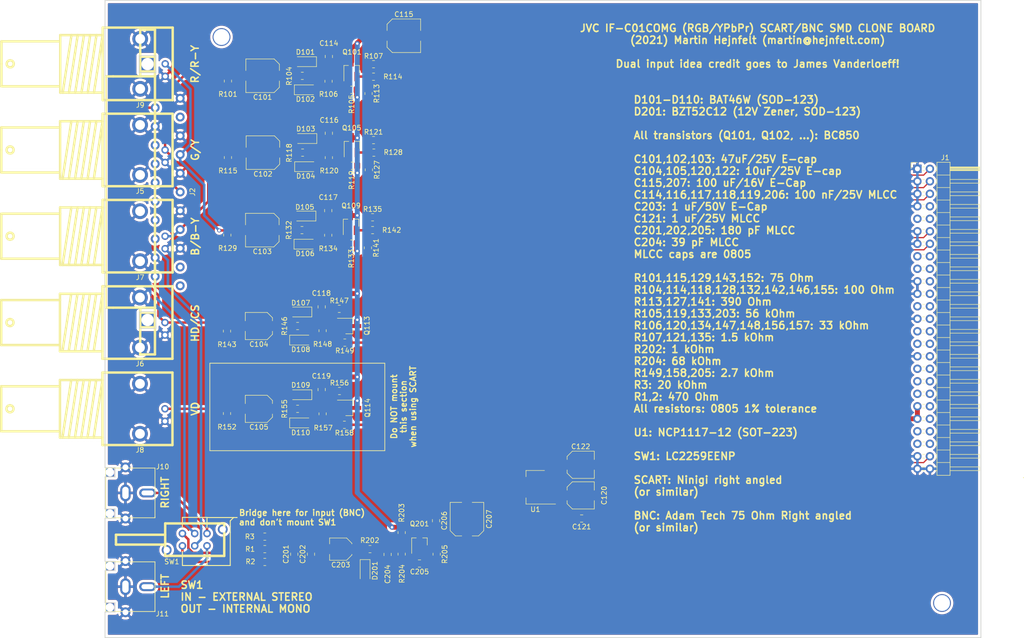
<source format=kicad_pcb>
(kicad_pcb (version 20171130) (host pcbnew 5.1.9-73d0e3b20d~88~ubuntu20.04.1)
  (layers (0 F.Cu signal) (31 B.Cu signal) (34 B.Paste user) (35 F.Paste user) (36 B.SilkS user) (37 F.SilkS user) (38 B.Mask user) (39 F.Mask user) (44 Edge.Cuts user))
  (net 0 "")
  (net 1 "Net-(C101-Pad1)")
  (net 2 "Net-(C102-Pad1)")
  (net 3 "Net-(C103-Pad1)")
  (net 4 "Net-(C104-Pad1)")
  (net 5 "Net-(C105-Pad1)")
  (net 6 /VD)
  (net 7 GND)
  (net 8 +12V)
  (net 9 /VCC+14V)
  (net 10 /AUDIO)
  (net 11 "Net-(C203-Pad1)")
  (net 12 /AUDIO_)
  (net 13 /Y)
  (net 14 /B-Y)
  (net 15 /R-Y)
  (net 16 /HD)
  (net 17 /VD_)
  (net 18 /G/Y)
  (net 19 /B/B-Y)
  (net 20 /R/R-Y)
  (net 21 /HD/CS)
  (net 22 "Net-(C204-Pad2)")
  (net 23 "Net-(Q101-Pad2)")
  (net 24 "Net-(Q105-Pad2)")
  (net 25 "Net-(Q109-Pad2)")
  (net 26 /AUDIO_L)
  (net 27 /AUDIO_R)
  (net 28 /AUDIO_EXT_R)
  (net 29 /AUDIO_EXT_L)
  (net 30 /AUDIO_INT_R)
  (net 31 /AUDIO_INT_L)
  (net 32 "Net-(Q101-Pad1)")
  (net 33 "Net-(Q105-Pad1)")
  (net 34 "Net-(Q109-Pad1)")
  (net 35 "Net-(Q113-Pad1)")
  (net 36 "Net-(Q114-Pad1)")
  (module Package_TO_SOT_SMD:SOT-223-3_TabPin2 (layer F.Cu) (at 137.287 129.3495 180)
    (fp_text reference U1 (at 0 -4.5) (layer F.SilkS))
    (fp_text value NCP1117-12_SOT223)
    (pad 2 smd rect (at 3.15 0 180) (size 2 3.8) (layers F.Cu F.Paste F.Mask) (net 8 +12V))
    (pad 2 smd rect (at -3.15 0 180) (size 2 1.5) (layers F.Cu F.Paste F.Mask) (net 8 +12V))
    (pad 3 smd rect (at -3.15 2.3 180) (size 2 1.5) (layers F.Cu F.Paste F.Mask) (net 9 /VCC+14V))
    (pad 1 smd rect (at -3.15 -2.3 180) (size 2 1.5) (layers F.Cu F.Paste F.Mask) (net 7 GND))
  )
  (module Mounting_Holes:MountingHole_3.2mm_M3 (layer F.Cu) (at 73.5 37.85)
    (fp_text reference J3 hide)
    (fp_text value TEST_1P)
    (pad "" np_thru_hole circle (at 0 0) (size 3.6 3.6) (drill 3.2) (layers *.Cu *.Mask))
  )
  (module Mounting_Holes:MountingHole_3.2mm_M3 (layer F.Cu) (at 219.925 152.875)
    (fp_text reference J4 hide)
    (fp_text value TEST_1P)
    (pad "" np_thru_hole circle (at 0 0) (size 3.6 3.6) (drill 3.2) (layers *.Cu *.Mask))
  )
  (module ninigi-scart-ra:NINIGI-SCART-RA (layer F.Cu) (at 65.1 69.35 270)
    (fp_text reference J2 (at 0 -2.5 270) (layer F.SilkS))
    (fp_text value SCART-F)
    (pad "" np_thru_hole rect (at -26 6.627 270) (size 2.5 2.5) (drill 2.5) (layers *.Cu *.Mask))
    (pad "" np_thru_hole rect (at 26 6.627 270) (size 2.5 2.5) (drill 2.5) (layers *.Cu *.Mask))
    (pad 21 thru_hole circle (at -19.05 0 270) (size 1.8 1.8) (drill 1) (layers *.Cu *.Mask) (net 7 GND))
    (pad 19 thru_hole circle (at -15.24 0 270) (size 1.8 1.8) (drill 1) (layers *.Cu *.Mask))
    (pad 17 thru_hole circle (at -11.43 0 270) (size 1.8 1.8) (drill 1) (layers *.Cu *.Mask) (net 7 GND))
    (pad 15 thru_hole circle (at -7.62 0 270) (size 1.8 1.8) (drill 1) (layers *.Cu *.Mask) (net 20 /R/R-Y))
    (pad 13 thru_hole circle (at -3.81 0 270) (size 1.8 1.8) (drill 1) (layers *.Cu *.Mask) (net 7 GND))
    (pad 11 thru_hole circle (at 0 0 270) (size 1.8 1.8) (drill 1) (layers *.Cu *.Mask) (net 18 /G/Y))
    (pad 9 thru_hole circle (at 3.81 0 270) (size 1.8 1.8) (drill 1) (layers *.Cu *.Mask) (net 7 GND))
    (pad 7 thru_hole circle (at 7.62 0 270) (size 1.8 1.8) (drill 1) (layers *.Cu *.Mask) (net 19 /B/B-Y))
    (pad 5 thru_hole circle (at 11.43 0 270) (size 1.8 1.8) (drill 1) (layers *.Cu *.Mask) (net 7 GND))
    (pad 3 thru_hole circle (at 15.24 0 270) (size 1.8 1.8) (drill 1) (layers *.Cu *.Mask))
    (pad 1 thru_hole circle (at 19.05 0 270) (size 1.8 1.8) (drill 1) (layers *.Cu *.Mask))
    (pad 20 thru_hole circle (at -17.145 5.08 270) (size 1.8 1.8) (drill 1) (layers *.Cu *.Mask) (net 21 /HD/CS))
    (pad 18 thru_hole circle (at -13.335 5.08 270) (size 1.8 1.8) (drill 1) (layers *.Cu *.Mask) (net 7 GND))
    (pad 16 thru_hole circle (at -9.525 5.08 270) (size 1.8 1.8) (drill 1) (layers *.Cu *.Mask))
    (pad 14 thru_hole circle (at -5.715 5.08 270) (size 1.8 1.8) (drill 1) (layers *.Cu *.Mask))
    (pad 12 thru_hole circle (at -1.905 5.08 270) (size 1.8 1.8) (drill 1) (layers *.Cu *.Mask))
    (pad 10 thru_hole circle (at 1.905 5.08 270) (size 1.8 1.8) (drill 1) (layers *.Cu *.Mask))
    (pad 8 thru_hole circle (at 5.715 5.08 270) (size 1.8 1.8) (drill 1) (layers *.Cu *.Mask))
    (pad 6 thru_hole circle (at 9.525 5.08 270) (size 1.8 1.8) (drill 1) (layers *.Cu *.Mask) (net 26 /AUDIO_L))
    (pad 4 thru_hole circle (at 13.335 5.08 270) (size 1.8 1.8) (drill 1) (layers *.Cu *.Mask) (net 7 GND))
    (pad 2 thru_hole circle (at 17.145 5.08 270) (size 1.8 1.8) (drill 1) (layers *.Cu *.Mask) (net 27 /AUDIO_R))
  )
  (module Pin_Headers:Pin_Header_Angled_2x25_Pitch2.54mm (layer F.Cu) (at 214.92 64.63)
    (fp_text reference J1 (at 5.655 -2.27) (layer F.SilkS))
    (fp_text value Conn_02x25_Odd_Even)
    (pad 1 thru_hole rect (at 0 0) (size 1.7 1.7) (drill 1) (layers *.Cu *.Mask) (net 7 GND))
    (pad 2 thru_hole oval (at 2.54 0) (size 1.7 1.7) (drill 1) (layers *.Cu *.Mask) (net 13 /Y))
    (pad 3 thru_hole oval (at 0 2.54) (size 1.7 1.7) (drill 1) (layers *.Cu *.Mask) (net 7 GND))
    (pad 4 thru_hole oval (at 2.54 2.54) (size 1.7 1.7) (drill 1) (layers *.Cu *.Mask) (net 14 /B-Y))
    (pad 5 thru_hole oval (at 0 5.08) (size 1.7 1.7) (drill 1) (layers *.Cu *.Mask) (net 7 GND))
    (pad 6 thru_hole oval (at 2.54 5.08) (size 1.7 1.7) (drill 1) (layers *.Cu *.Mask) (net 15 /R-Y))
    (pad 7 thru_hole oval (at 0 7.62) (size 1.7 1.7) (drill 1) (layers *.Cu *.Mask) (net 7 GND))
    (pad 8 thru_hole oval (at 2.54 7.62) (size 1.7 1.7) (drill 1) (layers *.Cu *.Mask))
    (pad 9 thru_hole oval (at 0 10.16) (size 1.7 1.7) (drill 1) (layers *.Cu *.Mask))
    (pad 10 thru_hole oval (at 2.54 10.16) (size 1.7 1.7) (drill 1) (layers *.Cu *.Mask))
    (pad 11 thru_hole oval (at 0 12.7) (size 1.7 1.7) (drill 1) (layers *.Cu *.Mask) (net 7 GND))
    (pad 12 thru_hole oval (at 2.54 12.7) (size 1.7 1.7) (drill 1) (layers *.Cu *.Mask) (net 16 /HD))
    (pad 13 thru_hole oval (at 0 15.24) (size 1.7 1.7) (drill 1) (layers *.Cu *.Mask) (net 7 GND))
    (pad 14 thru_hole oval (at 2.54 15.24) (size 1.7 1.7) (drill 1) (layers *.Cu *.Mask) (net 17 /VD_))
    (pad 15 thru_hole oval (at 0 17.78) (size 1.7 1.7) (drill 1) (layers *.Cu *.Mask))
    (pad 16 thru_hole oval (at 2.54 17.78) (size 1.7 1.7) (drill 1) (layers *.Cu *.Mask))
    (pad 17 thru_hole oval (at 0 20.32) (size 1.7 1.7) (drill 1) (layers *.Cu *.Mask))
    (pad 18 thru_hole oval (at 2.54 20.32) (size 1.7 1.7) (drill 1) (layers *.Cu *.Mask))
    (pad 19 thru_hole oval (at 0 22.86) (size 1.7 1.7) (drill 1) (layers *.Cu *.Mask) (net 7 GND))
    (pad 20 thru_hole oval (at 2.54 22.86) (size 1.7 1.7) (drill 1) (layers *.Cu *.Mask))
    (pad 21 thru_hole oval (at 0 25.4) (size 1.7 1.7) (drill 1) (layers *.Cu *.Mask) (net 7 GND))
    (pad 22 thru_hole oval (at 2.54 25.4) (size 1.7 1.7) (drill 1) (layers *.Cu *.Mask))
    (pad 23 thru_hole oval (at 0 27.94) (size 1.7 1.7) (drill 1) (layers *.Cu *.Mask))
    (pad 24 thru_hole oval (at 2.54 27.94) (size 1.7 1.7) (drill 1) (layers *.Cu *.Mask))
    (pad 25 thru_hole oval (at 0 30.48) (size 1.7 1.7) (drill 1) (layers *.Cu *.Mask) (net 7 GND))
    (pad 26 thru_hole oval (at 2.54 30.48) (size 1.7 1.7) (drill 1) (layers *.Cu *.Mask))
    (pad 27 thru_hole oval (at 0 33.02) (size 1.7 1.7) (drill 1) (layers *.Cu *.Mask))
    (pad 28 thru_hole oval (at 2.54 33.02) (size 1.7 1.7) (drill 1) (layers *.Cu *.Mask))
    (pad 29 thru_hole oval (at 0 35.56) (size 1.7 1.7) (drill 1) (layers *.Cu *.Mask))
    (pad 30 thru_hole oval (at 2.54 35.56) (size 1.7 1.7) (drill 1) (layers *.Cu *.Mask))
    (pad 31 thru_hole oval (at 0 38.1) (size 1.7 1.7) (drill 1) (layers *.Cu *.Mask) (net 7 GND))
    (pad 32 thru_hole oval (at 2.54 38.1) (size 1.7 1.7) (drill 1) (layers *.Cu *.Mask))
    (pad 33 thru_hole oval (at 0 40.64) (size 1.7 1.7) (drill 1) (layers *.Cu *.Mask))
    (pad 34 thru_hole oval (at 2.54 40.64) (size 1.7 1.7) (drill 1) (layers *.Cu *.Mask))
    (pad 35 thru_hole oval (at 0 43.18) (size 1.7 1.7) (drill 1) (layers *.Cu *.Mask))
    (pad 36 thru_hole oval (at 2.54 43.18) (size 1.7 1.7) (drill 1) (layers *.Cu *.Mask))
    (pad 37 thru_hole oval (at 0 45.72) (size 1.7 1.7) (drill 1) (layers *.Cu *.Mask))
    (pad 38 thru_hole oval (at 2.54 45.72) (size 1.7 1.7) (drill 1) (layers *.Cu *.Mask))
    (pad 39 thru_hole oval (at 0 48.26) (size 1.7 1.7) (drill 1) (layers *.Cu *.Mask) (net 9 /VCC+14V))
    (pad 40 thru_hole oval (at 2.54 48.26) (size 1.7 1.7) (drill 1) (layers *.Cu *.Mask))
    (pad 41 thru_hole oval (at 0 50.8) (size 1.7 1.7) (drill 1) (layers *.Cu *.Mask) (net 9 /VCC+14V))
    (pad 42 thru_hole oval (at 2.54 50.8) (size 1.7 1.7) (drill 1) (layers *.Cu *.Mask))
    (pad 43 thru_hole oval (at 0 53.34) (size 1.7 1.7) (drill 1) (layers *.Cu *.Mask))
    (pad 44 thru_hole oval (at 2.54 53.34) (size 1.7 1.7) (drill 1) (layers *.Cu *.Mask))
    (pad 45 thru_hole oval (at 0 55.88) (size 1.7 1.7) (drill 1) (layers *.Cu *.Mask))
    (pad 46 thru_hole oval (at 2.54 55.88) (size 1.7 1.7) (drill 1) (layers *.Cu *.Mask))
    (pad 47 thru_hole oval (at 0 58.42) (size 1.7 1.7) (drill 1) (layers *.Cu *.Mask) (net 7 GND))
    (pad 48 thru_hole oval (at 2.54 58.42) (size 1.7 1.7) (drill 1) (layers *.Cu *.Mask) (net 12 /AUDIO_))
    (pad 49 thru_hole oval (at 0 60.96) (size 1.7 1.7) (drill 1) (layers *.Cu *.Mask) (net 7 GND))
    (pad 50 thru_hole oval (at 2.54 60.96) (size 1.7 1.7) (drill 1) (layers *.Cu *.Mask) (net 7 GND))
  )
  (module bnc-tht:BNC-THT (layer F.Cu) (at 56.95 60.8)
    (fp_text reference J5 (at 0 8.382) (layer F.SilkS))
    (fp_text value Conn_Coaxial)
    (pad 2 thru_hole circle (at 5.08 2.54) (size 1.5 1.5) (drill 0.9) (layers *.Cu *.Mask) (net 7 GND))
    (pad 2 thru_hole circle (at 0 -5.08) (size 3.2 3.2) (drill 2) (layers *.Cu *.Mask) (net 7 GND))
    (pad 2 thru_hole circle (at 0 5.08) (size 3.2 3.2) (drill 2) (layers *.Cu *.Mask) (net 7 GND))
    (pad 1 thru_hole circle (at 5.08 0) (size 1.5 1.5) (drill 0.9) (layers *.Cu *.Mask) (net 18 /G/Y))
  )
  (module bnc-tht:BNC-THT (layer F.Cu) (at 56.925 95.875)
    (fp_text reference J6 (at 0 8.382) (layer F.SilkS))
    (fp_text value Conn_Coaxial)
    (pad 2 thru_hole circle (at 5.08 2.54) (size 1.5 1.5) (drill 0.9) (layers *.Cu *.Mask) (net 7 GND))
    (pad 2 thru_hole circle (at 0 -5.08) (size 3.2 3.2) (drill 2) (layers *.Cu *.Mask) (net 7 GND))
    (pad 2 thru_hole circle (at 0 5.08) (size 3.2 3.2) (drill 2) (layers *.Cu *.Mask) (net 7 GND))
    (pad 1 thru_hole circle (at 5.08 0) (size 1.5 1.5) (drill 0.9) (layers *.Cu *.Mask) (net 21 /HD/CS))
  )
  (module bnc-tht:BNC-THT (layer F.Cu) (at 56.95 78.325)
    (fp_text reference J7 (at 0 8.382) (layer F.SilkS))
    (fp_text value Conn_Coaxial)
    (pad 2 thru_hole circle (at 5.08 2.54) (size 1.5 1.5) (drill 0.9) (layers *.Cu *.Mask) (net 7 GND))
    (pad 2 thru_hole circle (at 0 -5.08) (size 3.2 3.2) (drill 2) (layers *.Cu *.Mask) (net 7 GND))
    (pad 2 thru_hole circle (at 0 5.08) (size 3.2 3.2) (drill 2) (layers *.Cu *.Mask) (net 7 GND))
    (pad 1 thru_hole circle (at 5.08 0) (size 1.5 1.5) (drill 0.9) (layers *.Cu *.Mask) (net 19 /B/B-Y))
  )
  (module bnc-tht:BNC-THT (layer F.Cu) (at 56.925 113.4)
    (fp_text reference J8 (at 0 8.382) (layer F.SilkS))
    (fp_text value Conn_Coaxial)
    (pad 2 thru_hole circle (at 5.08 2.54) (size 1.5 1.5) (drill 0.9) (layers *.Cu *.Mask) (net 7 GND))
    (pad 2 thru_hole circle (at 0 -5.08) (size 3.2 3.2) (drill 2) (layers *.Cu *.Mask) (net 7 GND))
    (pad 2 thru_hole circle (at 0 5.08) (size 3.2 3.2) (drill 2) (layers *.Cu *.Mask) (net 7 GND))
    (pad 1 thru_hole circle (at 5.08 0) (size 1.5 1.5) (drill 0.9) (layers *.Cu *.Mask) (net 6 /VD))
  )
  (module bnc-tht:BNC-THT (layer F.Cu) (at 56.975 43.3)
    (fp_text reference J9 (at 0 8.382) (layer F.SilkS))
    (fp_text value Conn_Coaxial)
    (pad 2 thru_hole circle (at 5.08 2.54) (size 1.5 1.5) (drill 0.9) (layers *.Cu *.Mask) (net 7 GND))
    (pad 2 thru_hole circle (at 0 -5.08) (size 3.2 3.2) (drill 2) (layers *.Cu *.Mask) (net 7 GND))
    (pad 2 thru_hole circle (at 0 5.08) (size 3.2 3.2) (drill 2) (layers *.Cu *.Mask) (net 7 GND))
    (pad 1 thru_hole circle (at 5.08 0) (size 1.5 1.5) (drill 0.9) (layers *.Cu *.Mask) (net 20 /R/R-Y))
  )
  (module rcj-41x:RCJ-04X (layer F.Cu) (at 49.975 130.5 180)
    (fp_text reference J10 (at -11.55 5.325 180) (layer F.SilkS))
    (fp_text value Conn_Coaxial)
    (pad "" np_thru_hole rect (at -0.85 4.2 180) (size 1.7 1.7) (drill 1.7) (layers *.Cu *.Mask))
    (pad 1 thru_hole oval (at -8.5 0 180) (size 3.4 1.8) (drill oval 2.5 1) (layers *.Cu *.Mask) (net 28 /AUDIO_EXT_R))
    (pad 2 thru_hole oval (at -4 0 180) (size 2.1 3.4) (drill oval 1.3 2.5) (layers *.Cu *.Mask) (net 7 GND))
    (pad "" np_thru_hole rect (at -0.85 -4.2 180) (size 1.7 1.7) (drill 1.7) (layers *.Cu *.Mask))
    (pad 2 thru_hole circle (at -4 -5.2 180) (size 2 2) (drill 1.2) (layers *.Cu *.Mask) (net 7 GND))
    (pad 2 thru_hole circle (at -4 5.2 180) (size 2 2) (drill 1.2) (layers *.Cu *.Mask) (net 7 GND))
  )
  (module rcj-41x:RCJ-04X (layer F.Cu) (at 49.975 149.55 180)
    (fp_text reference J11 (at -11.5 -5.525 180) (layer F.SilkS))
    (fp_text value Conn_Coaxial)
    (pad "" np_thru_hole rect (at -0.85 4.2 180) (size 1.7 1.7) (drill 1.7) (layers *.Cu *.Mask))
    (pad 1 thru_hole oval (at -8.5 0 180) (size 3.4 1.8) (drill oval 2.5 1) (layers *.Cu *.Mask) (net 29 /AUDIO_EXT_L))
    (pad 2 thru_hole oval (at -4 0 180) (size 2.1 3.4) (drill oval 1.3 2.5) (layers *.Cu *.Mask) (net 7 GND))
    (pad "" np_thru_hole rect (at -0.85 -4.2 180) (size 1.7 1.7) (drill 1.7) (layers *.Cu *.Mask))
    (pad 2 thru_hole circle (at -4 -5.2 180) (size 2 2) (drill 1.2) (layers *.Cu *.Mask) (net 7 GND))
    (pad 2 thru_hole circle (at -4 5.2 180) (size 2 2) (drill 1.2) (layers *.Cu *.Mask) (net 7 GND))
  )
  (module LC2259:LC2259 (layer F.Cu) (at 68.05 140)
    (fp_text reference SW1 (at -4.65 4.475) (layer F.SilkS))
    (fp_text value SW_DPDT_x2)
    (pad 2 thru_hole circle (at 0 -1.25) (size 1.524 1.524) (drill 0.9) (layers *.Cu *.Mask) (net 27 /AUDIO_R))
    (pad 5 thru_hole circle (at 0 1.25) (size 1.524 1.524) (drill 0.9) (layers *.Cu *.Mask) (net 26 /AUDIO_L))
    (pad 6 thru_hole circle (at 2.5 1.25) (size 1.524 1.524) (drill 0.9) (layers *.Cu *.Mask) (net 29 /AUDIO_EXT_L))
    (pad 3 thru_hole circle (at 2.5 -1.25) (size 1.524 1.524) (drill 0.9) (layers *.Cu *.Mask) (net 28 /AUDIO_EXT_R))
    (pad 1 thru_hole circle (at -2.5 -1.25) (size 1.524 1.524) (drill 0.9) (layers *.Cu *.Mask) (net 30 /AUDIO_INT_R))
    (pad 4 thru_hole circle (at -2.5 1.25) (size 1.524 1.524) (drill 0.9) (layers *.Cu *.Mask) (net 31 /AUDIO_INT_L))
    (pad S thru_hole circle (at -5.7 2.1) (size 2 2) (drill 1.3) (layers *.Cu *.Mask))
    (pad S thru_hole circle (at 5.7 -2.1) (size 2 2) (drill 1.3) (layers *.Cu *.Mask))
  )
  (module Package_TO_SOT_SMD:SOT-23_Handsoldering (layer F.Cu) (at 99.949 44.3865 90)
    (fp_text reference Q101 (at 3.4925 0.0635 180) (layer F.SilkS))
    (fp_text value BC850C)
    (pad 3 smd rect (at 1.5 0 90) (size 1.9 0.8) (layers F.Cu F.Paste F.Mask) (net 8 +12V))
    (pad 2 smd rect (at -1.5 0.95 90) (size 1.9 0.8) (layers F.Cu F.Paste F.Mask) (net 23 "Net-(Q101-Pad2)"))
    (pad 1 smd rect (at -1.5 -0.95 90) (size 1.9 0.8) (layers F.Cu F.Paste F.Mask) (net 32 "Net-(Q101-Pad1)"))
  )
  (module Package_TO_SOT_SMD:SOT-23_Handsoldering (layer F.Cu) (at 100.0125 59.817 90)
    (fp_text reference Q105 (at 3.4925 -0.0635 180) (layer F.SilkS))
    (fp_text value BC850C)
    (pad 3 smd rect (at 1.5 0 90) (size 1.9 0.8) (layers F.Cu F.Paste F.Mask) (net 8 +12V))
    (pad 2 smd rect (at -1.5 0.95 90) (size 1.9 0.8) (layers F.Cu F.Paste F.Mask) (net 24 "Net-(Q105-Pad2)"))
    (pad 1 smd rect (at -1.5 -0.95 90) (size 1.9 0.8) (layers F.Cu F.Paste F.Mask) (net 33 "Net-(Q105-Pad1)"))
  )
  (module Package_TO_SOT_SMD:SOT-23_Handsoldering (layer F.Cu) (at 99.822 75.6285 90)
    (fp_text reference Q109 (at 3.4925 0 180) (layer F.SilkS))
    (fp_text value BC850C)
    (pad 1 smd rect (at -1.5 -0.95 90) (size 1.9 0.8) (layers F.Cu F.Paste F.Mask) (net 34 "Net-(Q109-Pad1)"))
    (pad 2 smd rect (at -1.5 0.95 90) (size 1.9 0.8) (layers F.Cu F.Paste F.Mask) (net 25 "Net-(Q109-Pad2)"))
    (pad 3 smd rect (at 1.5 0 90) (size 1.9 0.8) (layers F.Cu F.Paste F.Mask) (net 8 +12V))
  )
  (module Package_TO_SOT_SMD:SOT-23_Handsoldering (layer F.Cu) (at 99.441 96.5835)
    (fp_text reference Q113 (at 3.6195 -0.0635 270) (layer F.SilkS))
    (fp_text value BC850C)
    (pad 1 smd rect (at -1.5 -0.95) (size 1.9 0.8) (layers F.Cu F.Paste F.Mask) (net 35 "Net-(Q113-Pad1)"))
    (pad 2 smd rect (at -1.5 0.95) (size 1.9 0.8) (layers F.Cu F.Paste F.Mask) (net 16 /HD))
    (pad 3 smd rect (at 1.5 0) (size 1.9 0.8) (layers F.Cu F.Paste F.Mask) (net 8 +12V))
  )
  (module Package_TO_SOT_SMD:SOT-23_Handsoldering (layer F.Cu) (at 99.441 113.2205)
    (fp_text reference Q114 (at 3.7465 0 90) (layer F.SilkS))
    (fp_text value BC850C)
    (pad 1 smd rect (at -1.5 -0.95) (size 1.9 0.8) (layers F.Cu F.Paste F.Mask) (net 36 "Net-(Q114-Pad1)"))
    (pad 2 smd rect (at -1.5 0.95) (size 1.9 0.8) (layers F.Cu F.Paste F.Mask) (net 17 /VD_))
    (pad 3 smd rect (at 1.5 0) (size 1.9 0.8) (layers F.Cu F.Paste F.Mask) (net 8 +12V))
  )
  (module Package_TO_SOT_SMD:SOT-23_Handsoldering (layer F.Cu) (at 113.7285 140.3985 90)
    (fp_text reference Q201 (at 3.6195 0 180) (layer F.SilkS))
    (fp_text value BC850C)
    (pad 3 smd rect (at 1.5 0 90) (size 1.9 0.8) (layers F.Cu F.Paste F.Mask) (net 8 +12V))
    (pad 2 smd rect (at -1.5 0.95 90) (size 1.9 0.8) (layers F.Cu F.Paste F.Mask) (net 12 /AUDIO_))
    (pad 1 smd rect (at -1.5 -0.95 90) (size 1.9 0.8) (layers F.Cu F.Paste F.Mask) (net 22 "Net-(C204-Pad2)"))
  )
  (module Capacitor_SMD:C_Elec_6.3x5.4 (layer F.Cu) (at 81.8515 45.72 180)
    (fp_text reference C101 (at 0 -4.35) (layer F.SilkS))
    (fp_text value 47uF/25V)
    (pad 1 smd roundrect (at -2.5375 0 180) (size 3.325 1.6) (layers F.Cu F.Paste F.Mask) (roundrect_rratio 0.15625) (net 1 "Net-(C101-Pad1)"))
    (pad 2 smd roundrect (at 2.5375 0 180) (size 3.325 1.6) (layers F.Cu F.Paste F.Mask) (roundrect_rratio 0.15625) (net 18 /G/Y))
  )
  (module Capacitor_SMD:C_Elec_6.3x5.4 (layer F.Cu) (at 81.915 61.341 180)
    (fp_text reference C102 (at 0 -4.35) (layer F.SilkS))
    (fp_text value 47uF/25V)
    (pad 2 smd roundrect (at 2.5375 0 180) (size 3.325 1.6) (layers F.Cu F.Paste F.Mask) (roundrect_rratio 0.15625) (net 19 /B/B-Y))
    (pad 1 smd roundrect (at -2.5375 0 180) (size 3.325 1.6) (layers F.Cu F.Paste F.Mask) (roundrect_rratio 0.15625) (net 2 "Net-(C102-Pad1)"))
  )
  (module Capacitor_SMD:C_Elec_6.3x5.4 (layer F.Cu) (at 81.788 77.089 180)
    (fp_text reference C103 (at 0 -4.35) (layer F.SilkS))
    (fp_text value 47uF/25V)
    (pad 1 smd roundrect (at -2.5375 0 180) (size 3.325 1.6) (layers F.Cu F.Paste F.Mask) (roundrect_rratio 0.15625) (net 3 "Net-(C103-Pad1)"))
    (pad 2 smd roundrect (at 2.5375 0 180) (size 3.325 1.6) (layers F.Cu F.Paste F.Mask) (roundrect_rratio 0.15625) (net 20 /R/R-Y))
  )
  (module Capacitor_SMD:C_Elec_5x5.4 (layer F.Cu) (at 81.0895 96.5835 180)
    (fp_text reference C104 (at 0 -3.7) (layer F.SilkS))
    (fp_text value 10uF/50V)
    (pad 2 smd roundrect (at 2.0625 0 180) (size 2.775 1.6) (layers F.Cu F.Paste F.Mask) (roundrect_rratio 0.15625) (net 21 /HD/CS))
    (pad 1 smd roundrect (at -2.0625 0 180) (size 2.775 1.6) (layers F.Cu F.Paste F.Mask) (roundrect_rratio 0.15625) (net 4 "Net-(C104-Pad1)"))
  )
  (module Capacitor_SMD:C_Elec_5x5.4 (layer F.Cu) (at 81.0895 113.411 180)
    (fp_text reference C105 (at 0 -3.7) (layer F.SilkS))
    (fp_text value 10uF/50V)
    (pad 1 smd roundrect (at -2.0625 0 180) (size 2.775 1.6) (layers F.Cu F.Paste F.Mask) (roundrect_rratio 0.15625) (net 5 "Net-(C105-Pad1)"))
    (pad 2 smd roundrect (at 2.0625 0 180) (size 2.775 1.6) (layers F.Cu F.Paste F.Mask) (roundrect_rratio 0.15625) (net 6 /VD))
  )
  (module Capacitor_SMD:C_0805_2012Metric_Pad1.18x1.45mm_HandSolder (layer F.Cu) (at 95.3135 41.8045 270)
    (fp_text reference C114 (at -2.6885 0 180) (layer F.SilkS))
    (fp_text value 100nF)
    (pad 1 smd roundrect (at -1.0375 0 270) (size 1.175 1.45) (layers F.Cu F.Paste F.Mask) (roundrect_rratio 0.212766) (net 7 GND))
    (pad 2 smd roundrect (at 1.0375 0 270) (size 1.175 1.45) (layers F.Cu F.Paste F.Mask) (roundrect_rratio 0.212766) (net 8 +12V))
  )
  (module Capacitor_SMD:C_Elec_6.3x5.4 (layer F.Cu) (at 110.5535 37.592)
    (fp_text reference C115 (at 0 -4.35) (layer F.SilkS))
    (fp_text value 100uF/16V)
    (pad 1 smd roundrect (at -2.5375 0) (size 3.325 1.6) (layers F.Cu F.Paste F.Mask) (roundrect_rratio 0.15625) (net 8 +12V))
    (pad 2 smd roundrect (at 2.5375 0) (size 3.325 1.6) (layers F.Cu F.Paste F.Mask) (roundrect_rratio 0.15625) (net 7 GND))
  )
  (module Capacitor_SMD:C_0805_2012Metric_Pad1.18x1.45mm_HandSolder (layer F.Cu) (at 95.3135 57.404 270)
    (fp_text reference C116 (at -2.667 -0.0635 180) (layer F.SilkS))
    (fp_text value 100nF)
    (pad 1 smd roundrect (at -1.0375 0 270) (size 1.175 1.45) (layers F.Cu F.Paste F.Mask) (roundrect_rratio 0.212766) (net 7 GND))
    (pad 2 smd roundrect (at 1.0375 0 270) (size 1.175 1.45) (layers F.Cu F.Paste F.Mask) (roundrect_rratio 0.212766) (net 8 +12V))
  )
  (module Capacitor_SMD:C_0805_2012Metric_Pad1.18x1.45mm_HandSolder (layer F.Cu) (at 95.1865 73.1305 270)
    (fp_text reference C117 (at -2.709 0 180) (layer F.SilkS))
    (fp_text value 100nF)
    (pad 1 smd roundrect (at -1.0375 0 270) (size 1.175 1.45) (layers F.Cu F.Paste F.Mask) (roundrect_rratio 0.212766) (net 7 GND))
    (pad 2 smd roundrect (at 1.0375 0 270) (size 1.175 1.45) (layers F.Cu F.Paste F.Mask) (roundrect_rratio 0.212766) (net 8 +12V))
  )
  (module Capacitor_SMD:C_0805_2012Metric_Pad1.18x1.45mm_HandSolder (layer F.Cu) (at 93.853 92.6885 270)
    (fp_text reference C118 (at -2.7725 0.0635 180) (layer F.SilkS))
    (fp_text value 100nF)
    (pad 1 smd roundrect (at -1.0375 0 270) (size 1.175 1.45) (layers F.Cu F.Paste F.Mask) (roundrect_rratio 0.212766) (net 7 GND))
    (pad 2 smd roundrect (at 1.0375 0 270) (size 1.175 1.45) (layers F.Cu F.Paste F.Mask) (roundrect_rratio 0.212766) (net 8 +12V))
  )
  (module Capacitor_SMD:C_0805_2012Metric_Pad1.18x1.45mm_HandSolder (layer F.Cu) (at 93.853 109.4955 270)
    (fp_text reference C119 (at -2.752 0.0635 180) (layer F.SilkS))
    (fp_text value 100nF)
    (pad 2 smd roundrect (at 1.0375 0 270) (size 1.175 1.45) (layers F.Cu F.Paste F.Mask) (roundrect_rratio 0.212766) (net 8 +12V))
    (pad 1 smd roundrect (at -1.0375 0 270) (size 1.175 1.45) (layers F.Cu F.Paste F.Mask) (roundrect_rratio 0.212766) (net 7 GND))
  )
  (module Capacitor_SMD:C_Elec_5x5.4 (layer F.Cu) (at 146.4945 131.0005)
    (fp_text reference C120 (at 4.7625 0 90) (layer F.SilkS))
    (fp_text value 10uF/25V)
    (pad 1 smd roundrect (at -2.0625 0) (size 2.775 1.6) (layers F.Cu F.Paste F.Mask) (roundrect_rratio 0.15625) (net 8 +12V))
    (pad 2 smd roundrect (at 2.0625 0) (size 2.775 1.6) (layers F.Cu F.Paste F.Mask) (roundrect_rratio 0.15625) (net 7 GND))
  )
  (module Capacitor_SMD:C_0805_2012Metric_Pad1.18x1.45mm_HandSolder (layer F.Cu) (at 146.685 135.6995 180)
    (fp_text reference C121 (at 0 -1.68) (layer F.SilkS))
    (fp_text value 1uF/25V)
    (pad 2 smd roundrect (at 1.0375 0 180) (size 1.175 1.45) (layers F.Cu F.Paste F.Mask) (roundrect_rratio 0.212766) (net 8 +12V))
    (pad 1 smd roundrect (at -1.0375 0 180) (size 1.175 1.45) (layers F.Cu F.Paste F.Mask) (roundrect_rratio 0.212766) (net 7 GND))
  )
  (module Capacitor_SMD:C_Elec_5x5.4 (layer F.Cu) (at 146.4945 124.7775)
    (fp_text reference C122 (at 0 -3.7) (layer F.SilkS))
    (fp_text value 10uF/25V)
    (pad 2 smd roundrect (at 2.0625 0) (size 2.775 1.6) (layers F.Cu F.Paste F.Mask) (roundrect_rratio 0.15625) (net 7 GND))
    (pad 1 smd roundrect (at -2.0625 0) (size 2.775 1.6) (layers F.Cu F.Paste F.Mask) (roundrect_rratio 0.15625) (net 9 /VCC+14V))
  )
  (module Capacitor_SMD:C_0805_2012Metric_Pad1.18x1.45mm_HandSolder (layer F.Cu) (at 88.281 142.954 90)
    (fp_text reference C201 (at 0 -1.68 90) (layer F.SilkS))
    (fp_text value 180pF)
    (pad 1 smd roundrect (at -1.0375 0 90) (size 1.175 1.45) (layers F.Cu F.Paste F.Mask) (roundrect_rratio 0.212766) (net 7 GND))
    (pad 2 smd roundrect (at 1.0375 0 90) (size 1.175 1.45) (layers F.Cu F.Paste F.Mask) (roundrect_rratio 0.212766) (net 10 /AUDIO))
  )
  (module Capacitor_SMD:C_0805_2012Metric_Pad1.18x1.45mm_HandSolder (layer F.Cu) (at 91.681 142.954 90)
    (fp_text reference C202 (at 0 -1.68 90) (layer F.SilkS))
    (fp_text value 180pF)
    (pad 2 smd roundrect (at 1.0375 0 90) (size 1.175 1.45) (layers F.Cu F.Paste F.Mask) (roundrect_rratio 0.212766) (net 10 /AUDIO))
    (pad 1 smd roundrect (at -1.0375 0 90) (size 1.175 1.45) (layers F.Cu F.Paste F.Mask) (roundrect_rratio 0.212766) (net 7 GND))
  )
  (module Capacitor_SMD:C_Elec_4x5.4 (layer F.Cu) (at 97.7265 141.9225 180)
    (fp_text reference C203 (at 0 -3.2) (layer F.SilkS))
    (fp_text value 1uF/50V)
    (pad 1 smd roundrect (at -1.675 0 180) (size 2.65 1.6) (layers F.Cu F.Paste F.Mask) (roundrect_rratio 0.15625) (net 11 "Net-(C203-Pad1)"))
    (pad 2 smd roundrect (at 1.675 0 180) (size 2.65 1.6) (layers F.Cu F.Paste F.Mask) (roundrect_rratio 0.15625) (net 10 /AUDIO))
  )
  (module Capacitor_SMD:C_0805_2012Metric_Pad1.18x1.45mm_HandSolder (layer F.Cu) (at 107.2515 143.002 90)
    (fp_text reference C204 (at -4.022 0 90) (layer F.SilkS))
    (fp_text value 39pF)
    (pad 2 smd roundrect (at 1.0375 0 90) (size 1.175 1.45) (layers F.Cu F.Paste F.Mask) (roundrect_rratio 0.212766) (net 22 "Net-(C204-Pad2)"))
    (pad 1 smd roundrect (at -1.0375 0 90) (size 1.175 1.45) (layers F.Cu F.Paste F.Mask) (roundrect_rratio 0.212766) (net 7 GND))
  )
  (module Capacitor_SMD:C_0805_2012Metric_Pad1.18x1.45mm_HandSolder (layer F.Cu) (at 113.7285 144.8435 180)
    (fp_text reference C205 (at 0 -1.68) (layer F.SilkS))
    (fp_text value 180pF)
    (pad 1 smd roundrect (at -1.0375 0 180) (size 1.175 1.45) (layers F.Cu F.Paste F.Mask) (roundrect_rratio 0.212766) (net 12 /AUDIO_))
    (pad 2 smd roundrect (at 1.0375 0 180) (size 1.175 1.45) (layers F.Cu F.Paste F.Mask) (roundrect_rratio 0.212766) (net 22 "Net-(C204-Pad2)"))
  )
  (module Capacitor_SMD:C_0805_2012Metric_Pad1.18x1.45mm_HandSolder (layer F.Cu) (at 117.094 136.144 270)
    (fp_text reference C206 (at 0 -1.68 90) (layer F.SilkS))
    (fp_text value 100nF)
    (pad 2 smd roundrect (at 1.0375 0 270) (size 1.175 1.45) (layers F.Cu F.Paste F.Mask) (roundrect_rratio 0.212766) (net 8 +12V))
    (pad 1 smd roundrect (at -1.0375 0 270) (size 1.175 1.45) (layers F.Cu F.Paste F.Mask) (roundrect_rratio 0.212766) (net 7 GND))
  )
  (module Capacitor_SMD:C_Elec_6.3x5.4 (layer F.Cu) (at 123.3805 135.8265 90)
    (fp_text reference C207 (at 0 4.5085 90) (layer F.SilkS))
    (fp_text value 100uF/16V)
    (pad 2 smd roundrect (at 2.5375 0 90) (size 3.325 1.6) (layers F.Cu F.Paste F.Mask) (roundrect_rratio 0.15625) (net 7 GND))
    (pad 1 smd roundrect (at -2.5375 0 90) (size 3.325 1.6) (layers F.Cu F.Paste F.Mask) (roundrect_rratio 0.15625) (net 8 +12V))
  )
  (module Diode_SMD:D_SOD-123 (layer F.Cu) (at 90.551 42.8625 180)
    (fp_text reference D101 (at 0 1.959) (layer F.SilkS))
    (fp_text value BAT46-TR)
    (pad 1 smd rect (at -1.65 0 180) (size 0.9 1.2) (layers F.Cu F.Paste F.Mask) (net 8 +12V))
    (pad 2 smd rect (at 1.65 0 180) (size 0.9 1.2) (layers F.Cu F.Paste F.Mask) (net 1 "Net-(C101-Pad1)"))
  )
  (module Diode_SMD:D_SOD-123 (layer F.Cu) (at 90.551 48.5775)
    (fp_text reference D102 (at 0 1.905) (layer F.SilkS))
    (fp_text value BAT46-TR)
    (pad 1 smd rect (at -1.65 0) (size 0.9 1.2) (layers F.Cu F.Paste F.Mask) (net 1 "Net-(C101-Pad1)"))
    (pad 2 smd rect (at 1.65 0) (size 0.9 1.2) (layers F.Cu F.Paste F.Mask) (net 7 GND))
  )
  (module Diode_SMD:D_SOD-123 (layer F.Cu) (at 90.6145 58.4835 180)
    (fp_text reference D103 (at 0 1.9685) (layer F.SilkS))
    (fp_text value BAT46-TR)
    (pad 2 smd rect (at 1.65 0 180) (size 0.9 1.2) (layers F.Cu F.Paste F.Mask) (net 2 "Net-(C102-Pad1)"))
    (pad 1 smd rect (at -1.65 0 180) (size 0.9 1.2) (layers F.Cu F.Paste F.Mask) (net 8 +12V))
  )
  (module Diode_SMD:D_SOD-123 (layer F.Cu) (at 90.6145 64.1985)
    (fp_text reference D104 (at 0 1.905) (layer F.SilkS))
    (fp_text value BAT46-TR)
    (pad 1 smd rect (at -1.65 0) (size 0.9 1.2) (layers F.Cu F.Paste F.Mask) (net 2 "Net-(C102-Pad1)"))
    (pad 2 smd rect (at 1.65 0) (size 0.9 1.2) (layers F.Cu F.Paste F.Mask) (net 7 GND))
  )
  (module Diode_SMD:D_SOD-123 (layer F.Cu) (at 90.424 74.2315 180)
    (fp_text reference D105 (at 0 1.8175) (layer F.SilkS))
    (fp_text value BAT46-TR)
    (pad 2 smd rect (at 1.65 0 180) (size 0.9 1.2) (layers F.Cu F.Paste F.Mask) (net 3 "Net-(C103-Pad1)"))
    (pad 1 smd rect (at -1.65 0 180) (size 0.9 1.2) (layers F.Cu F.Paste F.Mask) (net 8 +12V))
  )
  (module Diode_SMD:D_SOD-123 (layer F.Cu) (at 90.4875 79.9465)
    (fp_text reference D106 (at 0 1.905) (layer F.SilkS))
    (fp_text value BAT46-TR)
    (pad 1 smd rect (at -1.65 0) (size 0.9 1.2) (layers F.Cu F.Paste F.Mask) (net 3 "Net-(C103-Pad1)"))
    (pad 2 smd rect (at 1.65 0) (size 0.9 1.2) (layers F.Cu F.Paste F.Mask) (net 7 GND))
  )
  (module Diode_SMD:D_SOD-123 (layer F.Cu) (at 89.5985 93.726 180)
    (fp_text reference D107 (at 0 1.8415) (layer F.SilkS))
    (fp_text value BAT46-TR)
    (pad 2 smd rect (at 1.65 0 180) (size 0.9 1.2) (layers F.Cu F.Paste F.Mask) (net 4 "Net-(C104-Pad1)"))
    (pad 1 smd rect (at -1.65 0 180) (size 0.9 1.2) (layers F.Cu F.Paste F.Mask) (net 8 +12V))
  )
  (module Diode_SMD:D_SOD-123 (layer F.Cu) (at 89.5985 99.441)
    (fp_text reference D108 (at 0 1.905) (layer F.SilkS))
    (fp_text value BAT46-TR)
    (pad 1 smd rect (at -1.65 0) (size 0.9 1.2) (layers F.Cu F.Paste F.Mask) (net 4 "Net-(C104-Pad1)"))
    (pad 2 smd rect (at 1.65 0) (size 0.9 1.2) (layers F.Cu F.Paste F.Mask) (net 7 GND))
  )
  (module Diode_SMD:D_SOD-123 (layer F.Cu) (at 89.5985 110.5535 180)
    (fp_text reference D109 (at 0 1.9685) (layer F.SilkS))
    (fp_text value BAT46-TR)
    (pad 2 smd rect (at 1.65 0 180) (size 0.9 1.2) (layers F.Cu F.Paste F.Mask) (net 5 "Net-(C105-Pad1)"))
    (pad 1 smd rect (at -1.65 0 180) (size 0.9 1.2) (layers F.Cu F.Paste F.Mask) (net 8 +12V))
  )
  (module Diode_SMD:D_SOD-123 (layer F.Cu) (at 89.5985 116.2685)
    (fp_text reference D110 (at 0 1.9685) (layer F.SilkS))
    (fp_text value BAT46-TR)
    (pad 1 smd rect (at -1.65 0) (size 0.9 1.2) (layers F.Cu F.Paste F.Mask) (net 5 "Net-(C105-Pad1)"))
    (pad 2 smd rect (at 1.65 0) (size 0.9 1.2) (layers F.Cu F.Paste F.Mask) (net 7 GND))
  )
  (module Diode_SMD:D_SOD-123 (layer F.Cu) (at 102.6795 146.304 270)
    (fp_text reference D201 (at 0 -2 90) (layer F.SilkS))
    (fp_text value D_Zener)
    (pad 2 smd rect (at 1.65 0 270) (size 0.9 1.2) (layers F.Cu F.Paste F.Mask) (net 7 GND))
    (pad 1 smd rect (at -1.65 0 270) (size 0.9 1.2) (layers F.Cu F.Paste F.Mask) (net 11 "Net-(C203-Pad1)"))
  )
  (module Resistor_SMD:R_0805_2012Metric_Pad1.20x1.40mm_HandSolder (layer F.Cu) (at 82.296 141.9225 180)
    (fp_text reference R1 (at 2.9845 0) (layer F.SilkS))
    (fp_text value 470R)
    (pad 1 smd roundrect (at -1 0 180) (size 1.2 1.4) (layers F.Cu F.Paste F.Mask) (roundrect_rratio 0.208333) (net 10 /AUDIO))
    (pad 2 smd roundrect (at 1 0 180) (size 1.2 1.4) (layers F.Cu F.Paste F.Mask) (roundrect_rratio 0.208333) (net 30 /AUDIO_INT_R))
  )
  (module Resistor_SMD:R_0805_2012Metric_Pad1.20x1.40mm_HandSolder (layer F.Cu) (at 82.296 144.526)
    (fp_text reference R2 (at -2.921 -0.0635) (layer F.SilkS))
    (fp_text value 470R)
    (pad 2 smd roundrect (at 1 0) (size 1.2 1.4) (layers F.Cu F.Paste F.Mask) (roundrect_rratio 0.208333) (net 10 /AUDIO))
    (pad 1 smd roundrect (at -1 0) (size 1.2 1.4) (layers F.Cu F.Paste F.Mask) (roundrect_rratio 0.208333) (net 31 /AUDIO_INT_L))
  )
  (module Resistor_SMD:R_0805_2012Metric_Pad1.20x1.40mm_HandSolder (layer F.Cu) (at 82.296 139.3825 180)
    (fp_text reference R3 (at 3.048 0) (layer F.SilkS))
    (fp_text value 20K)
    (pad 1 smd roundrect (at -1 0 180) (size 1.2 1.4) (layers F.Cu F.Paste F.Mask) (roundrect_rratio 0.208333) (net 10 /AUDIO))
    (pad 2 smd roundrect (at 1 0 180) (size 1.2 1.4) (layers F.Cu F.Paste F.Mask) (roundrect_rratio 0.208333) (net 7 GND))
  )
  (module Resistor_SMD:R_0805_2012Metric_Pad1.20x1.40mm_HandSolder (layer F.Cu) (at 74.803 46.7995 270)
    (fp_text reference R101 (at 2.667 0 180) (layer F.SilkS))
    (fp_text value 75)
    (pad 2 smd roundrect (at 1 0 270) (size 1.2 1.4) (layers F.Cu F.Paste F.Mask) (roundrect_rratio 0.208333) (net 7 GND))
    (pad 1 smd roundrect (at -1 0 270) (size 1.2 1.4) (layers F.Cu F.Paste F.Mask) (roundrect_rratio 0.208333) (net 18 /G/Y))
  )
  (module Resistor_SMD:R_0805_2012Metric_Pad1.20x1.40mm_HandSolder (layer F.Cu) (at 89.916 45.7385 180)
    (fp_text reference R104 (at 2.667 -0.045 90) (layer F.SilkS))
    (fp_text value 100)
    (pad 2 smd roundrect (at 1 0 180) (size 1.2 1.4) (layers F.Cu F.Paste F.Mask) (roundrect_rratio 0.208333) (net 1 "Net-(C101-Pad1)"))
    (pad 1 smd roundrect (at -1 0 180) (size 1.2 1.4) (layers F.Cu F.Paste F.Mask) (roundrect_rratio 0.208333) (net 32 "Net-(Q101-Pad1)"))
  )
  (module Resistor_SMD:R_0805_2012Metric_Pad1.20x1.40mm_HandSolder (layer F.Cu) (at 99.949 48.5775 180)
    (fp_text reference R105 (at 0 -2.921 90) (layer F.SilkS))
    (fp_text value 56k)
    (pad 2 smd roundrect (at 1 0 180) (size 1.2 1.4) (layers F.Cu F.Paste F.Mask) (roundrect_rratio 0.208333) (net 32 "Net-(Q101-Pad1)"))
    (pad 1 smd roundrect (at -1 0 180) (size 1.2 1.4) (layers F.Cu F.Paste F.Mask) (roundrect_rratio 0.208333) (net 8 +12V))
  )
  (module Resistor_SMD:R_0805_2012Metric_Pad1.20x1.40mm_HandSolder (layer F.Cu) (at 95.25 46.8385 270)
    (fp_text reference R106 (at 2.628 0 180) (layer F.SilkS))
    (fp_text value 33k)
    (pad 2 smd roundrect (at 1 0 270) (size 1.2 1.4) (layers F.Cu F.Paste F.Mask) (roundrect_rratio 0.208333) (net 7 GND))
    (pad 1 smd roundrect (at -1 0 270) (size 1.2 1.4) (layers F.Cu F.Paste F.Mask) (roundrect_rratio 0.208333) (net 32 "Net-(Q101-Pad1)"))
  )
  (module Resistor_SMD:R_0805_2012Metric_Pad1.20x1.40mm_HandSolder (layer F.Cu) (at 104.394 43.3705)
    (fp_text reference R107 (at 0 -1.65) (layer F.SilkS))
    (fp_text value 1.5k)
    (pad 1 smd roundrect (at -1 0) (size 1.2 1.4) (layers F.Cu F.Paste F.Mask) (roundrect_rratio 0.208333) (net 23 "Net-(Q101-Pad2)"))
    (pad 2 smd roundrect (at 1 0) (size 1.2 1.4) (layers F.Cu F.Paste F.Mask) (roundrect_rratio 0.208333) (net 7 GND))
  )
  (module Resistor_SMD:R_0805_2012Metric_Pad1.20x1.40mm_HandSolder (layer F.Cu) (at 103.378 49.3395 270)
    (fp_text reference R113 (at 0 -1.65 90) (layer F.SilkS))
    (fp_text value 390)
    (pad 2 smd roundrect (at 1 0 270) (size 1.2 1.4) (layers F.Cu F.Paste F.Mask) (roundrect_rratio 0.208333) (net 7 GND))
    (pad 1 smd roundrect (at -1 0 270) (size 1.2 1.4) (layers F.Cu F.Paste F.Mask) (roundrect_rratio 0.208333) (net 23 "Net-(Q101-Pad2)"))
  )
  (module Resistor_SMD:R_0805_2012Metric_Pad1.20x1.40mm_HandSolder (layer F.Cu) (at 104.394 45.9105)
    (fp_text reference R114 (at 3.937 0 180) (layer F.SilkS))
    (fp_text value 100)
    (pad 2 smd roundrect (at 1 0) (size 1.2 1.4) (layers F.Cu F.Paste F.Mask) (roundrect_rratio 0.208333) (net 13 /Y))
    (pad 1 smd roundrect (at -1 0) (size 1.2 1.4) (layers F.Cu F.Paste F.Mask) (roundrect_rratio 0.208333) (net 23 "Net-(Q101-Pad2)"))
  )
  (module Resistor_SMD:R_0805_2012Metric_Pad1.20x1.40mm_HandSolder (layer F.Cu) (at 74.803 62.341 270)
    (fp_text reference R115 (at 2.683 0 180) (layer F.SilkS))
    (fp_text value 75)
    (pad 2 smd roundrect (at 1 0 270) (size 1.2 1.4) (layers F.Cu F.Paste F.Mask) (roundrect_rratio 0.208333) (net 7 GND))
    (pad 1 smd roundrect (at -1 0 270) (size 1.2 1.4) (layers F.Cu F.Paste F.Mask) (roundrect_rratio 0.208333) (net 19 /B/B-Y))
  )
  (module Resistor_SMD:R_0805_2012Metric_Pad1.20x1.40mm_HandSolder (layer F.Cu) (at 89.9795 61.341 180)
    (fp_text reference R118 (at 2.7305 -0.0635 90) (layer F.SilkS))
    (fp_text value 100)
    (pad 1 smd roundrect (at -1 0 180) (size 1.2 1.4) (layers F.Cu F.Paste F.Mask) (roundrect_rratio 0.208333) (net 33 "Net-(Q105-Pad1)"))
    (pad 2 smd roundrect (at 1 0 180) (size 1.2 1.4) (layers F.Cu F.Paste F.Mask) (roundrect_rratio 0.208333) (net 2 "Net-(C102-Pad1)"))
  )
  (module Resistor_SMD:R_0805_2012Metric_Pad1.20x1.40mm_HandSolder (layer F.Cu) (at 100.076 64.008 180)
    (fp_text reference R119 (at 0.127 -2.921 90) (layer F.SilkS))
    (fp_text value 56k)
    (pad 2 smd roundrect (at 1 0 180) (size 1.2 1.4) (layers F.Cu F.Paste F.Mask) (roundrect_rratio 0.208333) (net 33 "Net-(Q105-Pad1)"))
    (pad 1 smd roundrect (at -1 0 180) (size 1.2 1.4) (layers F.Cu F.Paste F.Mask) (roundrect_rratio 0.208333) (net 8 +12V))
  )
  (module Resistor_SMD:R_0805_2012Metric_Pad1.20x1.40mm_HandSolder (layer F.Cu) (at 95.3135 62.357 270)
    (fp_text reference R120 (at 2.667 -0.0635 180) (layer F.SilkS))
    (fp_text value 33k)
    (pad 1 smd roundrect (at -1 0 270) (size 1.2 1.4) (layers F.Cu F.Paste F.Mask) (roundrect_rratio 0.208333) (net 33 "Net-(Q105-Pad1)"))
    (pad 2 smd roundrect (at 1 0 270) (size 1.2 1.4) (layers F.Cu F.Paste F.Mask) (roundrect_rratio 0.208333) (net 7 GND))
  )
  (module Resistor_SMD:R_0805_2012Metric_Pad1.20x1.40mm_HandSolder (layer F.Cu) (at 104.394 58.801)
    (fp_text reference R121 (at 0 -1.65) (layer F.SilkS))
    (fp_text value 1.5k)
    (pad 1 smd roundrect (at -1 0) (size 1.2 1.4) (layers F.Cu F.Paste F.Mask) (roundrect_rratio 0.208333) (net 24 "Net-(Q105-Pad2)"))
    (pad 2 smd roundrect (at 1 0) (size 1.2 1.4) (layers F.Cu F.Paste F.Mask) (roundrect_rratio 0.208333) (net 7 GND))
  )
  (module Resistor_SMD:R_0805_2012Metric_Pad1.20x1.40mm_HandSolder (layer F.Cu) (at 103.4415 64.8335 270)
    (fp_text reference R127 (at 0 -1.65 90) (layer F.SilkS))
    (fp_text value 390)
    (pad 1 smd roundrect (at -1 0 270) (size 1.2 1.4) (layers F.Cu F.Paste F.Mask) (roundrect_rratio 0.208333) (net 24 "Net-(Q105-Pad2)"))
    (pad 2 smd roundrect (at 1 0 270) (size 1.2 1.4) (layers F.Cu F.Paste F.Mask) (roundrect_rratio 0.208333) (net 7 GND))
  )
  (module Resistor_SMD:R_0805_2012Metric_Pad1.20x1.40mm_HandSolder (layer F.Cu) (at 104.4575 61.341)
    (fp_text reference R128 (at 3.937 -0.0635 180) (layer F.SilkS))
    (fp_text value 100)
    (pad 2 smd roundrect (at 1 0) (size 1.2 1.4) (layers F.Cu F.Paste F.Mask) (roundrect_rratio 0.208333) (net 14 /B-Y))
    (pad 1 smd roundrect (at -1 0) (size 1.2 1.4) (layers F.Cu F.Paste F.Mask) (roundrect_rratio 0.208333) (net 24 "Net-(Q105-Pad2)"))
  )
  (module Resistor_SMD:R_0805_2012Metric_Pad1.20x1.40mm_HandSolder (layer F.Cu) (at 74.676 78.105 270)
    (fp_text reference R129 (at 2.667 -0.0635 180) (layer F.SilkS))
    (fp_text value 75)
    (pad 1 smd roundrect (at -1 0 270) (size 1.2 1.4) (layers F.Cu F.Paste F.Mask) (roundrect_rratio 0.208333) (net 20 /R/R-Y))
    (pad 2 smd roundrect (at 1 0 270) (size 1.2 1.4) (layers F.Cu F.Paste F.Mask) (roundrect_rratio 0.208333) (net 7 GND))
  )
  (module Resistor_SMD:R_0805_2012Metric_Pad1.20x1.40mm_HandSolder (layer F.Cu) (at 89.8525 77.089 180)
    (fp_text reference R132 (at 2.667 0 90) (layer F.SilkS))
    (fp_text value 100)
    (pad 1 smd roundrect (at -1 0 180) (size 1.2 1.4) (layers F.Cu F.Paste F.Mask) (roundrect_rratio 0.208333) (net 34 "Net-(Q109-Pad1)"))
    (pad 2 smd roundrect (at 1 0 180) (size 1.2 1.4) (layers F.Cu F.Paste F.Mask) (roundrect_rratio 0.208333) (net 3 "Net-(C103-Pad1)"))
  )
  (module Resistor_SMD:R_0805_2012Metric_Pad1.20x1.40mm_HandSolder (layer F.Cu) (at 99.949 79.8195 180)
    (fp_text reference R133 (at 0.0635 -3.048 90) (layer F.SilkS))
    (fp_text value 56k)
    (pad 2 smd roundrect (at 1 0 180) (size 1.2 1.4) (layers F.Cu F.Paste F.Mask) (roundrect_rratio 0.208333) (net 34 "Net-(Q109-Pad1)"))
    (pad 1 smd roundrect (at -1 0 180) (size 1.2 1.4) (layers F.Cu F.Paste F.Mask) (roundrect_rratio 0.208333) (net 8 +12V))
  )
  (module Resistor_SMD:R_0805_2012Metric_Pad1.20x1.40mm_HandSolder (layer F.Cu) (at 95.184 78.1295 270)
    (fp_text reference R134 (at 2.706 -0.0025 180) (layer F.SilkS))
    (fp_text value 33k)
    (pad 1 smd roundrect (at -1 0 270) (size 1.2 1.4) (layers F.Cu F.Paste F.Mask) (roundrect_rratio 0.208333) (net 34 "Net-(Q109-Pad1)"))
    (pad 2 smd roundrect (at 1 0 270) (size 1.2 1.4) (layers F.Cu F.Paste F.Mask) (roundrect_rratio 0.208333) (net 7 GND))
  )
  (module Resistor_SMD:R_0805_2012Metric_Pad1.20x1.40mm_HandSolder (layer F.Cu) (at 104.2035 74.4855)
    (fp_text reference R135 (at 0 -1.65) (layer F.SilkS))
    (fp_text value 1.5k)
    (pad 2 smd roundrect (at 1 0) (size 1.2 1.4) (layers F.Cu F.Paste F.Mask) (roundrect_rratio 0.208333) (net 7 GND))
    (pad 1 smd roundrect (at -1 0) (size 1.2 1.4) (layers F.Cu F.Paste F.Mask) (roundrect_rratio 0.208333) (net 25 "Net-(Q109-Pad2)"))
  )
  (module Resistor_SMD:R_0805_2012Metric_Pad1.20x1.40mm_HandSolder (layer F.Cu) (at 103.251 80.6925 270)
    (fp_text reference R141 (at 0 -1.65 90) (layer F.SilkS))
    (fp_text value 390)
    (pad 2 smd roundrect (at 1 0 270) (size 1.2 1.4) (layers F.Cu F.Paste F.Mask) (roundrect_rratio 0.208333) (net 7 GND))
    (pad 1 smd roundrect (at -1 0 270) (size 1.2 1.4) (layers F.Cu F.Paste F.Mask) (roundrect_rratio 0.208333) (net 25 "Net-(Q109-Pad2)"))
  )
  (module Resistor_SMD:R_0805_2012Metric_Pad1.20x1.40mm_HandSolder (layer F.Cu) (at 104.2035 77.089)
    (fp_text reference R142 (at 3.8735 0) (layer F.SilkS))
    (fp_text value 100)
    (pad 1 smd roundrect (at -1 0) (size 1.2 1.4) (layers F.Cu F.Paste F.Mask) (roundrect_rratio 0.208333) (net 25 "Net-(Q109-Pad2)"))
    (pad 2 smd roundrect (at 1 0) (size 1.2 1.4) (layers F.Cu F.Paste F.Mask) (roundrect_rratio 0.208333) (net 15 /R-Y))
  )
  (module Resistor_SMD:R_0805_2012Metric_Pad1.20x1.40mm_HandSolder (layer F.Cu) (at 74.6125 97.6155 270)
    (fp_text reference R143 (at 2.7145 0 180) (layer F.SilkS))
    (fp_text value 75)
    (pad 2 smd roundrect (at 1 0 270) (size 1.2 1.4) (layers F.Cu F.Paste F.Mask) (roundrect_rratio 0.208333) (net 7 GND))
    (pad 1 smd roundrect (at -1 0 270) (size 1.2 1.4) (layers F.Cu F.Paste F.Mask) (roundrect_rratio 0.208333) (net 21 /HD/CS))
  )
  (module Resistor_SMD:R_0805_2012Metric_Pad1.20x1.40mm_HandSolder (layer F.Cu) (at 88.9635 96.5835 180)
    (fp_text reference R146 (at 2.667 0 90) (layer F.SilkS))
    (fp_text value 100)
    (pad 2 smd roundrect (at 1 0 180) (size 1.2 1.4) (layers F.Cu F.Paste F.Mask) (roundrect_rratio 0.208333) (net 4 "Net-(C104-Pad1)"))
    (pad 1 smd roundrect (at -1 0 180) (size 1.2 1.4) (layers F.Cu F.Paste F.Mask) (roundrect_rratio 0.208333) (net 35 "Net-(Q113-Pad1)"))
  )
  (module Resistor_SMD:R_0805_2012Metric_Pad1.20x1.40mm_HandSolder (layer F.Cu) (at 97.425 93.091)
    (fp_text reference R147 (at 0 -1.65) (layer F.SilkS))
    (fp_text value 33k)
    (pad 1 smd roundrect (at -1 0) (size 1.2 1.4) (layers F.Cu F.Paste F.Mask) (roundrect_rratio 0.208333) (net 8 +12V))
    (pad 2 smd roundrect (at 1 0) (size 1.2 1.4) (layers F.Cu F.Paste F.Mask) (roundrect_rratio 0.208333) (net 35 "Net-(Q113-Pad1)"))
  )
  (module Resistor_SMD:R_0805_2012Metric_Pad1.20x1.40mm_HandSolder (layer F.Cu) (at 94.0435 97.536 270)
    (fp_text reference R148 (at 2.7305 0 180) (layer F.SilkS))
    (fp_text value 33k)
    (pad 2 smd roundrect (at 1 0 270) (size 1.2 1.4) (layers F.Cu F.Paste F.Mask) (roundrect_rratio 0.208333) (net 7 GND))
    (pad 1 smd roundrect (at -1 0 270) (size 1.2 1.4) (layers F.Cu F.Paste F.Mask) (roundrect_rratio 0.208333) (net 35 "Net-(Q113-Pad1)"))
  )
  (module Resistor_SMD:R_0805_2012Metric_Pad1.20x1.40mm_HandSolder (layer F.Cu) (at 98.552 99.949 180)
    (fp_text reference R149 (at 0 -1.65) (layer F.SilkS))
    (fp_text value 2.7k)
    (pad 1 smd roundrect (at -1 0 180) (size 1.2 1.4) (layers F.Cu F.Paste F.Mask) (roundrect_rratio 0.208333) (net 16 /HD))
    (pad 2 smd roundrect (at 1 0 180) (size 1.2 1.4) (layers F.Cu F.Paste F.Mask) (roundrect_rratio 0.208333) (net 7 GND))
  )
  (module Resistor_SMD:R_0805_2012Metric_Pad1.20x1.40mm_HandSolder (layer F.Cu) (at 74.6125 114.3635 270)
    (fp_text reference R152 (at 2.7305 0 180) (layer F.SilkS))
    (fp_text value 75)
    (pad 1 smd roundrect (at -1 0 270) (size 1.2 1.4) (layers F.Cu F.Paste F.Mask) (roundrect_rratio 0.208333) (net 6 /VD))
    (pad 2 smd roundrect (at 1 0 270) (size 1.2 1.4) (layers F.Cu F.Paste F.Mask) (roundrect_rratio 0.208333) (net 7 GND))
  )
  (module Resistor_SMD:R_0805_2012Metric_Pad1.20x1.40mm_HandSolder (layer F.Cu) (at 88.9635 113.411 180)
    (fp_text reference R155 (at 2.667 0 90) (layer F.SilkS))
    (fp_text value 100)
    (pad 1 smd roundrect (at -1 0 180) (size 1.2 1.4) (layers F.Cu F.Paste F.Mask) (roundrect_rratio 0.208333) (net 36 "Net-(Q114-Pad1)"))
    (pad 2 smd roundrect (at 1 0 180) (size 1.2 1.4) (layers F.Cu F.Paste F.Mask) (roundrect_rratio 0.208333) (net 5 "Net-(C105-Pad1)"))
  )
  (module Resistor_SMD:R_0805_2012Metric_Pad1.20x1.40mm_HandSolder (layer F.Cu) (at 97.4725 109.7915)
    (fp_text reference R156 (at 0 -1.65) (layer F.SilkS))
    (fp_text value 33k)
    (pad 1 smd roundrect (at -1 0) (size 1.2 1.4) (layers F.Cu F.Paste F.Mask) (roundrect_rratio 0.208333) (net 8 +12V))
    (pad 2 smd roundrect (at 1 0) (size 1.2 1.4) (layers F.Cu F.Paste F.Mask) (roundrect_rratio 0.208333) (net 36 "Net-(Q114-Pad1)"))
  )
  (module Resistor_SMD:R_0805_2012Metric_Pad1.20x1.40mm_HandSolder (layer F.Cu) (at 94.0435 114.427 270)
    (fp_text reference R157 (at 2.8575 -0.127 180) (layer F.SilkS))
    (fp_text value 33k)
    (pad 2 smd roundrect (at 1 0 270) (size 1.2 1.4) (layers F.Cu F.Paste F.Mask) (roundrect_rratio 0.208333) (net 7 GND))
    (pad 1 smd roundrect (at -1 0 270) (size 1.2 1.4) (layers F.Cu F.Paste F.Mask) (roundrect_rratio 0.208333) (net 36 "Net-(Q114-Pad1)"))
  )
  (module Resistor_SMD:R_0805_2012Metric_Pad1.20x1.40mm_HandSolder (layer F.Cu) (at 98.4725 116.6495 180)
    (fp_text reference R158 (at 0 -1.65) (layer F.SilkS))
    (fp_text value 2.7k)
    (pad 1 smd roundrect (at -1 0 180) (size 1.2 1.4) (layers F.Cu F.Paste F.Mask) (roundrect_rratio 0.208333) (net 17 /VD_))
    (pad 2 smd roundrect (at 1 0 180) (size 1.2 1.4) (layers F.Cu F.Paste F.Mask) (roundrect_rratio 0.208333) (net 7 GND))
  )
  (module Resistor_SMD:R_0805_2012Metric_Pad1.20x1.40mm_HandSolder (layer F.Cu) (at 103.6795 141.9225 180)
    (fp_text reference R202 (at 0.0475 1.778) (layer F.SilkS))
    (fp_text value 1K)
    (pad 2 smd roundrect (at 1 0 180) (size 1.2 1.4) (layers F.Cu F.Paste F.Mask) (roundrect_rratio 0.208333) (net 11 "Net-(C203-Pad1)"))
    (pad 1 smd roundrect (at -1 0 180) (size 1.2 1.4) (layers F.Cu F.Paste F.Mask) (roundrect_rratio 0.208333) (net 22 "Net-(C204-Pad2)"))
  )
  (module Resistor_SMD:R_0805_2012Metric_Pad1.20x1.40mm_HandSolder (layer F.Cu) (at 110.109 138.557 270)
    (fp_text reference R203 (at -4.0005 0 90) (layer F.SilkS))
    (fp_text value 56K)
    (pad 1 smd roundrect (at -1 0 270) (size 1.2 1.4) (layers F.Cu F.Paste F.Mask) (roundrect_rratio 0.208333) (net 8 +12V))
    (pad 2 smd roundrect (at 1 0 270) (size 1.2 1.4) (layers F.Cu F.Paste F.Mask) (roundrect_rratio 0.208333) (net 22 "Net-(C204-Pad2)"))
  )
  (module Resistor_SMD:R_0805_2012Metric_Pad1.20x1.40mm_HandSolder (layer F.Cu) (at 110.109 142.9385 270)
    (fp_text reference R204 (at 4.0005 -0.0635 90) (layer F.SilkS))
    (fp_text value 68K)
    (pad 2 smd roundrect (at 1 0 270) (size 1.2 1.4) (layers F.Cu F.Paste F.Mask) (roundrect_rratio 0.208333) (net 7 GND))
    (pad 1 smd roundrect (at -1 0 270) (size 1.2 1.4) (layers F.Cu F.Paste F.Mask) (roundrect_rratio 0.208333) (net 22 "Net-(C204-Pad2)"))
  )
  (module Resistor_SMD:R_0805_2012Metric_Pad1.20x1.40mm_HandSolder (layer F.Cu) (at 117.221 142.9545 270)
    (fp_text reference R205 (at 0 -1.65 90) (layer F.SilkS))
    (fp_text value 2.7K)
    (pad 1 smd roundrect (at -1 0 270) (size 1.2 1.4) (layers F.Cu F.Paste F.Mask) (roundrect_rratio 0.208333) (net 12 /AUDIO_))
    (pad 2 smd roundrect (at 1 0 270) (size 1.2 1.4) (layers F.Cu F.Paste F.Mask) (roundrect_rratio 0.208333) (net 7 GND))
  )
  (gr_line (start 71.12 121.92) (end 71.12 104.14) (layer F.SilkS) (width 0.15))
  (gr_line (start 106.68 121.92) (end 71.12 121.92) (layer F.SilkS) (width 0.15))
  (gr_line (start 106.68 104.14) (end 106.68 121.92) (layer F.SilkS) (width 0.15))
  (gr_line (start 71.12 104.14) (end 106.68 104.14) (layer F.SilkS) (width 0.15))
  (gr_line (start 70.55 135.5) (end 76.675 135.5) (angle 90) (layer F.SilkS) (width 0.2))
  (gr_line (start 65.55 145.25) (end 75.275 145.25) (angle 90) (layer F.SilkS) (width 0.2))
  (gr_line (start 75.275 136.175) (end 75.975 135.475) (angle 90) (layer F.SilkS) (width 0.2))
  (gr_line (start 75.275 145.225) (end 75.275 136.175) (angle 90) (layer F.SilkS) (width 0.2))
  (gr_line (start 227.825 159.9) (end 49.825 159.9) (angle 90) (layer Edge.Cuts) (width 0.15))
  (gr_line (start 227.825 30.4) (end 49.825 30.4) (angle 90) (layer Edge.Cuts) (width 0.15))
  (gr_line (start 227.825 159.9) (end 227.825 30.4) (angle 90) (layer Edge.Cuts) (width 0.15))
  (gr_text "D101-D110: BAT46W (SOD-123)\nD201: BZT52C12 (12V Zener, SOD-123)\n\nAll transistors (Q101, Q102, ...): BC850\n\nC101,102,103: 47uF/25V E-cap\nC104,105,120,122: 10uF/25V E-cap\nC115,207: 100 uF/16V E-Cap\nC114,116,117,118,119,206: 100 nF/25V MLCC\nC203: 1 uF/50V E-Cap\nC121: 1 uF/25V MLCC\nC201,202,205: 180 pF MLCC\nC204: 39 pF MLCC\nMLCC caps are 0805\n\nR101,115,129,143,152: 75 Ohm\nR104,114,118,128,132,142,146,155: 100 Ohm\nR113,127,141: 390 Ohm\nR105,119,133,203: 56 kOhm\nR106,120,134,147,148,156,157: 33 kOhm\nR107,121,135: 1.5 kOhm\nR202: 1 kOhm\nR204: 68 kOhm\nR149,158,205: 2.7 kOhm\nR3: 20 kOhm\nR1,2: 470 Ohm\nAll resistors: 0805 1% tolerance\n\nU1: NCP1117-12 (SOT-223)\n\nSW1: LC2259EENP\n\nSCART: Ninigi right angled\n(or similar)\n\nBNC: Adam Tech 75 Ohm Right angled\n(or similar)" (at 157.1 94.05) (layer F.SilkS) (effects (font (size 1.5 1.5) (thickness 0.3)) (justify left)))
  (gr_text "Do NOT mount\nthis section\nwhen using SCART" (at 110.49 112.9665 90) (layer F.SilkS) (effects (font (size 1.2 1.2) (thickness 0.25))))
  (gr_line (start 70.575 142.35) (end 70.575 145.25) (angle 90) (layer F.SilkS) (width 0.2))
  (gr_line (start 65.55 142.375) (end 65.55 145.25) (angle 90) (layer F.SilkS) (width 0.2))
  (gr_line (start 65.55 135.475) (end 65.55 135.525) (angle 90) (layer F.SilkS) (width 0.2))
  (gr_line (start 70.55 135.475) (end 65.55 135.475) (angle 90) (layer F.SilkS) (width 0.2))
  (gr_line (start 70.55 137.65) (end 70.55 135.475) (angle 90) (layer F.SilkS) (width 0.2))
  (gr_line (start 65.55 137.6) (end 65.55 135.525) (angle 90) (layer F.SilkS) (width 0.2))
  (gr_text "SW1\nIN - EXTERNAL STEREO\nOUT - INTERNAL MONO" (at 65 151.625) (layer F.SilkS) (effects (font (size 1.5 1.5) (thickness 0.3)) (justify left)))
  (gr_text "Bridge here for input (BNC)\nand don't mount SW1" (at 76.925 135.5) (layer F.SilkS) (effects (font (size 1.2 1.2) (thickness 0.25)) (justify left)))
  (gr_text LEFT (at 62.025 149.475 90) (layer F.SilkS) (effects (font (size 1.5 1.5) (thickness 0.3))))
  (gr_text RIGHT (at 62.025 130.425 90) (layer F.SilkS) (effects (font (size 1.5 1.5) (thickness 0.3))))
  (gr_text VD (at 68.15 113.4 90) (layer F.SilkS) (effects (font (size 1.5 1.5) (thickness 0.3))))
  (gr_text HD/CS (at 68.15 96 90) (layer F.SilkS) (effects (font (size 1.5 1.5) (thickness 0.3))))
  (gr_text B/B-Y (at 68.15 78.4 90) (layer F.SilkS) (effects (font (size 1.5 1.5) (thickness 0.3))))
  (gr_text G/Y (at 68.15 60.8 90) (layer F.SilkS) (effects (font (size 1.5 1.5) (thickness 0.3))))
  (gr_text R/R-Y (at 68.1 43.35 90) (layer F.SilkS) (effects (font (size 1.5 1.5) (thickness 0.3))))
  (gr_line (start 49.825 125.35) (end 49.825 30.4) (angle 90) (layer Edge.Cuts) (width 0.15))
  (gr_line (start 49.825 133.75) (end 49.825 127.25) (angle 90) (layer Edge.Cuts) (width 0.15))
  (gr_line (start 49.825 144.4) (end 49.825 135.65) (angle 90) (layer Edge.Cuts) (width 0.15))
  (gr_line (start 51.875 144.4) (end 51.875 146.3) (angle 90) (layer Edge.Cuts) (width 0.15))
  (gr_line (start 49.825 144.4) (end 51.875 144.4) (angle 90) (layer Edge.Cuts) (width 0.15))
  (gr_line (start 49.825 146.3) (end 51.875 146.3) (angle 90) (layer Edge.Cuts) (width 0.15))
  (gr_line (start 49.825 152.8) (end 49.825 146.3) (angle 90) (layer Edge.Cuts) (width 0.15))
  (gr_line (start 49.825 154.7) (end 49.825 159.9) (angle 90) (layer Edge.Cuts) (width 0.15))
  (gr_line (start 51.875 154.7) (end 49.825 154.7) (angle 90) (layer Edge.Cuts) (width 0.15))
  (gr_line (start 51.875 152.8) (end 51.875 154.7) (angle 90) (layer Edge.Cuts) (width 0.15))
  (gr_line (start 49.825 152.8) (end 51.875 152.8) (angle 90) (layer Edge.Cuts) (width 0.15))
  (gr_line (start 51.875 135.65) (end 49.825 135.65) (angle 90) (layer Edge.Cuts) (width 0.15))
  (gr_line (start 51.875 133.75) (end 51.875 135.65) (angle 90) (layer Edge.Cuts) (width 0.15))
  (gr_line (start 49.825 133.75) (end 51.875 133.75) (angle 90) (layer Edge.Cuts) (width 0.15))
  (gr_line (start 51.875 127.25) (end 49.825 127.25) (angle 90) (layer Edge.Cuts) (width 0.15))
  (gr_line (start 51.875 125.35) (end 51.875 127.25) (angle 90) (layer Edge.Cuts) (width 0.15))
  (gr_line (start 49.825 125.35) (end 51.875 125.35) (angle 90) (layer Edge.Cuts) (width 0.15))
  (gr_line (start 56.8 97.05) (end 56.8 93.7) (angle 90) (layer Edge.Cuts) (width 0.15))
  (gr_line (start 60.15 97.05) (end 56.8 97.05) (angle 90) (layer Edge.Cuts) (width 0.15))
  (gr_line (start 60.15 93.7) (end 60.15 97.05) (angle 90) (layer Edge.Cuts) (width 0.15))
  (gr_line (start 56.8 93.7) (end 60.15 93.7) (angle 90) (layer Edge.Cuts) (width 0.15))
  (gr_line (start 56.775 45.1) (end 56.775 41.65) (angle 90) (layer Edge.Cuts) (width 0.15))
  (gr_line (start 60.125 45.1) (end 56.775 45.1) (angle 90) (layer Edge.Cuts) (width 0.15))
  (gr_line (start 60.125 41.65) (end 60.125 45.1) (angle 90) (layer Edge.Cuts) (width 0.15))
  (gr_line (start 56.775 41.65) (end 60.125 41.65) (angle 90) (layer Edge.Cuts) (width 0.15))
  (gr_line (start 236.5 127.4) (end 236.5 127.375) (angle 90) (layer F.SilkS) (width 0.2))
  (gr_text "JVC IF-C01COMG (RGB/YPbPr) SCART/BNC SMD CLONE BOARD\n(2021) Martin Hejnfelt (martin@hejnfelt.com)\n\nDual input idea credit goes to James Vanderloeff!\n" (at 182.45 39.675) (layer F.SilkS) (effects (font (size 1.5 1.5) (thickness 0.3))))
  (segment (start 84.3915 45.7385) (end 88.916 45.7385) (width 0.5) (layer F.Cu) (net 1))
  (segment (start 88.916 42.8775) (end 88.901 42.8625) (width 0.5) (layer F.Cu) (net 1))
  (segment (start 88.916 45.7385) (end 88.916 42.8775) (width 0.5) (layer F.Cu) (net 1))
  (segment (start 88.916 48.5625) (end 88.901 48.5775) (width 0.5) (layer F.Cu) (net 1))
  (segment (start 88.916 45.7385) (end 88.916 48.5625) (width 0.5) (layer F.Cu) (net 1))
  (segment (start 88.9645 61.326) (end 88.9795 61.341) (width 0.5) (layer F.Cu) (net 2))
  (segment (start 88.9645 58.4835) (end 88.9645 61.326) (width 0.5) (layer F.Cu) (net 2))
  (segment (start 88.9795 64.1835) (end 88.9645 64.1985) (width 0.5) (layer F.Cu) (net 2))
  (segment (start 88.9795 61.341) (end 88.9795 64.1835) (width 0.5) (layer F.Cu) (net 2))
  (segment (start 84.4525 61.341) (end 88.9795 61.341) (width 0.5) (layer F.Cu) (net 2))
  (segment (start 84.3255 77.089) (end 88.8525 77.089) (width 0.5) (layer F.Cu) (net 3))
  (segment (start 88.8525 74.31) (end 88.774 74.2315) (width 0.5) (layer F.Cu) (net 3))
  (segment (start 88.8525 77.089) (end 88.8525 74.31) (width 0.5) (layer F.Cu) (net 3))
  (segment (start 88.8375 77.104) (end 88.8525 77.089) (width 0.5) (layer F.Cu) (net 3))
  (segment (start 88.8375 79.9465) (end 88.8375 77.104) (width 0.5) (layer F.Cu) (net 3))
  (segment (start 83.152 96.5835) (end 87.9635 96.5835) (width 0.5) (layer F.Cu) (net 4))
  (segment (start 87.9635 93.741) (end 87.9485 93.726) (width 0.5) (layer F.Cu) (net 4))
  (segment (start 87.9635 96.5835) (end 87.9635 93.741) (width 0.5) (layer F.Cu) (net 4))
  (segment (start 87.9635 99.426) (end 87.9485 99.441) (width 0.5) (layer F.Cu) (net 4))
  (segment (start 87.9635 96.5835) (end 87.9635 99.426) (width 0.5) (layer F.Cu) (net 4))
  (segment (start 87.9485 110.5535) (end 87.9485 113.396) (width 0.5) (layer F.Cu) (net 5))
  (segment (start 87.9635 113.411) (end 87.9485 113.396) (width 0.5) (layer F.Cu) (net 5))
  (segment (start 87.9635 116.2535) (end 87.9485 116.2685) (width 0.5) (layer F.Cu) (net 5))
  (segment (start 87.9635 113.411) (end 87.9635 116.2535) (width 0.5) (layer F.Cu) (net 5))
  (segment (start 83.152 113.411) (end 87.9635 113.411) (width 0.5) (layer F.Cu) (net 5))
  (segment (start 74.576 113.4) (end 74.6125 113.3635) (width 0.5) (layer F.Cu) (net 6))
  (segment (start 62.005 113.4) (end 74.576 113.4) (width 0.5) (layer F.Cu) (net 6))
  (segment (start 78.9795 113.3635) (end 79.027 113.411) (width 0.5) (layer F.Cu) (net 6))
  (segment (start 74.6125 113.3635) (end 78.9795 113.3635) (width 0.5) (layer F.Cu) (net 6))
  (segment (start 95.293 42.8625) (end 95.3135 42.842) (width 0.5) (layer F.Cu) (net 8))
  (segment (start 92.201 42.8625) (end 95.293 42.8625) (width 0.5) (layer F.Cu) (net 8))
  (segment (start 99.9045 42.842) (end 99.949 42.8865) (width 0.5) (layer F.Cu) (net 8))
  (segment (start 95.3135 42.842) (end 99.9045 42.842) (width 0.5) (layer F.Cu) (net 8))
  (segment (start 99.888 58.4415) (end 100.0125 58.317) (width 0.5) (layer F.Cu) (net 8))
  (segment (start 95.3135 58.4415) (end 99.888 58.4415) (width 0.5) (layer F.Cu) (net 8))
  (segment (start 95.2715 58.4835) (end 95.3135 58.4415) (width 0.5) (layer F.Cu) (net 8))
  (segment (start 92.2645 58.4835) (end 95.2715 58.4835) (width 0.5) (layer F.Cu) (net 8))
  (segment (start 95.123 74.2315) (end 95.1865 74.168) (width 0.5) (layer F.Cu) (net 8))
  (segment (start 92.074 74.2315) (end 95.123 74.2315) (width 0.5) (layer F.Cu) (net 8))
  (segment (start 99.7825 74.168) (end 99.822 74.1285) (width 0.5) (layer F.Cu) (net 8))
  (segment (start 95.1865 74.168) (end 99.7825 74.168) (width 0.5) (layer F.Cu) (net 8))
  (segment (start 91.2485 93.726) (end 93.853 93.726) (width 0.5) (layer F.Cu) (net 8))
  (segment (start 93.853 93.726) (end 94.8055 93.726) (width 0.5) (layer F.Cu) (net 8))
  (segment (start 95.4405 93.091) (end 96.425 93.091) (width 0.5) (layer F.Cu) (net 8))
  (segment (start 94.8055 93.726) (end 95.4405 93.091) (width 0.5) (layer F.Cu) (net 8))
  (segment (start 93.8325 110.5535) (end 93.853 110.533) (width 0.5) (layer F.Cu) (net 8))
  (segment (start 91.2485 110.5535) (end 93.8325 110.5535) (width 0.5) (layer F.Cu) (net 8))
  (segment (start 117.094 137.1815) (end 119.7825 137.1815) (width 1) (layer F.Cu) (net 8))
  (segment (start 120.965 138.364) (end 123.3805 138.364) (width 1) (layer F.Cu) (net 8))
  (segment (start 119.7825 137.1815) (end 120.965 138.364) (width 1) (layer F.Cu) (net 8))
  (segment (start 115.377 138.8985) (end 117.094 137.1815) (width 1) (layer F.Cu) (net 8))
  (segment (start 113.7285 138.8985) (end 115.377 138.8985) (width 1) (layer F.Cu) (net 8))
  (segment (start 110.109 137.557) (end 111.395 137.557) (width 1) (layer F.Cu) (net 8))
  (segment (start 112.7365 138.8985) (end 113.7285 138.8985) (width 1) (layer F.Cu) (net 8))
  (segment (start 111.395 137.557) (end 112.7365 138.8985) (width 1) (layer F.Cu) (net 8))
  (segment (start 142.781 129.3495) (end 144.432 131.0005) (width 1) (layer F.Cu) (net 8))
  (segment (start 140.437 129.3495) (end 142.781 129.3495) (width 1) (layer F.Cu) (net 8))
  (segment (start 144.432 131.0005) (end 144.432 132.6845) (width 1) (layer F.Cu) (net 8))
  (segment (start 145.6475 133.9) (end 145.6475 135.6995) (width 1) (layer F.Cu) (net 8))
  (segment (start 144.432 132.6845) (end 145.6475 133.9) (width 1) (layer F.Cu) (net 8))
  (segment (start 123.3805 138.364) (end 127.828 138.364) (width 1) (layer F.Cu) (net 8))
  (segment (start 127.828 138.364) (end 130.175 136.017) (width 1) (layer F.Cu) (net 8))
  (segment (start 130.175 136.017) (end 130.175 131.7625) (width 1) (layer F.Cu) (net 8))
  (segment (start 132.588 129.3495) (end 134.137 129.3495) (width 1) (layer F.Cu) (net 8))
  (segment (start 130.175 131.7625) (end 132.588 129.3495) (width 1) (layer F.Cu) (net 8))
  (segment (start 134.137 129.3495) (end 140.437 129.3495) (width 1) (layer F.Cu) (net 8))
  (segment (start 108.016 37.592) (end 102.5525 37.592) (width 1) (layer F.Cu) (net 8))
  (via (at 101.092 39.1795) (size 0.8) (drill 0.5) (layers F.Cu B.Cu) (net 8))
  (segment (start 101.092 39.0525) (end 101.092 39.1795) (width 1) (layer F.Cu) (net 8))
  (segment (start 102.5525 37.592) (end 101.092 39.0525) (width 1) (layer F.Cu) (net 8))
  (via (at 108.1405 137.4775) (size 0.8) (drill 0.5) (layers F.Cu B.Cu) (net 8))
  (segment (start 101.092 130.429) (end 108.1405 137.4775) (width 1) (layer B.Cu) (net 8))
  (segment (start 110.0295 137.4775) (end 110.109 137.557) (width 1) (layer F.Cu) (net 8))
  (segment (start 108.1405 137.4775) (end 110.0295 137.4775) (width 1) (layer F.Cu) (net 8))
  (via (at 101.092 111.76) (size 0.8) (drill 0.5) (layers F.Cu B.Cu) (net 8))
  (segment (start 100.941 111.911) (end 101.092 111.76) (width 1) (layer F.Cu) (net 8))
  (segment (start 100.941 113.2205) (end 100.941 111.911) (width 1) (layer F.Cu) (net 8))
  (segment (start 101.092 111.76) (end 101.092 130.429) (width 1) (layer B.Cu) (net 8))
  (segment (start 100.941 95.4645) (end 101.092 95.3135) (width 1) (layer F.Cu) (net 8))
  (via (at 101.092 95.3135) (size 0.8) (drill 0.5) (layers F.Cu B.Cu) (net 8))
  (segment (start 100.941 96.5835) (end 100.941 95.4645) (width 1) (layer F.Cu) (net 8))
  (segment (start 101.092 95.3135) (end 101.092 106.172) (width 1) (layer B.Cu) (net 8))
  (segment (start 96.425 93.091) (end 96.425 91.535) (width 1) (layer F.Cu) (net 8))
  (via (at 101.092 89.9795) (size 0.8) (drill 0.5) (layers F.Cu B.Cu) (net 8))
  (segment (start 97.9805 89.9795) (end 101.092 89.9795) (width 1) (layer F.Cu) (net 8))
  (segment (start 96.425 91.535) (end 97.9805 89.9795) (width 1) (layer F.Cu) (net 8))
  (segment (start 101.092 89.9795) (end 101.092 95.3135) (width 1) (layer B.Cu) (net 8))
  (via (at 101.092 74.1045) (size 0.8) (drill 0.5) (layers F.Cu B.Cu) (net 8))
  (segment (start 99.822 74.1285) (end 101.068 74.1285) (width 1) (layer F.Cu) (net 8))
  (segment (start 101.068 74.1285) (end 101.092 74.1045) (width 1) (layer F.Cu) (net 8))
  (via (at 101.092 81.3435) (size 0.8) (drill 0.5) (layers F.Cu B.Cu) (net 8))
  (segment (start 100.949 81.2005) (end 101.092 81.3435) (width 1) (layer F.Cu) (net 8))
  (segment (start 100.949 79.8195) (end 100.949 81.2005) (width 1) (layer F.Cu) (net 8))
  (segment (start 101.092 81.3435) (end 101.092 89.9795) (width 1) (layer B.Cu) (net 8))
  (segment (start 101.092 74.1045) (end 101.092 81.3435) (width 1) (layer B.Cu) (net 8))
  (segment (start 101.076 65.4525) (end 101.092 65.4685) (width 1) (layer F.Cu) (net 8))
  (segment (start 101.076 64.008) (end 101.076 65.4525) (width 1) (layer F.Cu) (net 8))
  (via (at 101.092 65.4685) (size 0.8) (drill 0.5) (layers F.Cu B.Cu) (net 8))
  (segment (start 101.092 65.4685) (end 101.092 74.1045) (width 1) (layer B.Cu) (net 8))
  (via (at 101.092 58.3565) (size 0.8) (drill 0.5) (layers F.Cu B.Cu) (net 8))
  (segment (start 100.0125 58.317) (end 101.0525 58.317) (width 1) (layer F.Cu) (net 8))
  (segment (start 101.092 58.3565) (end 101.092 65.4685) (width 1) (layer B.Cu) (net 8))
  (segment (start 101.0525 58.317) (end 101.092 58.3565) (width 1) (layer F.Cu) (net 8))
  (via (at 101.092 50.1015) (size 0.8) (drill 0.5) (layers F.Cu B.Cu) (net 8))
  (segment (start 100.949 49.9585) (end 101.092 50.1015) (width 1) (layer F.Cu) (net 8))
  (segment (start 100.949 48.5775) (end 100.949 49.9585) (width 1) (layer F.Cu) (net 8))
  (segment (start 101.092 50.1015) (end 101.092 58.3565) (width 1) (layer B.Cu) (net 8))
  (segment (start 101.092 39.1795) (end 101.092 50.1015) (width 1) (layer B.Cu) (net 8))
  (segment (start 99.949 40.3225) (end 101.092 39.1795) (width 1) (layer F.Cu) (net 8))
  (segment (start 99.949 42.8865) (end 99.949 40.3225) (width 1) (layer F.Cu) (net 8))
  (segment (start 93.853 110.533) (end 94.6355 110.533) (width 0.5) (layer F.Cu) (net 8))
  (segment (start 95.377 109.7915) (end 96.4725 109.7915) (width 0.5) (layer F.Cu) (net 8))
  (segment (start 94.6355 110.533) (end 95.377 109.7915) (width 0.5) (layer F.Cu) (net 8))
  (segment (start 96.4725 109.7915) (end 96.4725 108.5055) (width 1) (layer F.Cu) (net 8))
  (via (at 101.092 106.934) (size 0.8) (drill 0.5) (layers F.Cu B.Cu) (net 8))
  (segment (start 98.044 106.934) (end 101.092 106.934) (width 1) (layer F.Cu) (net 8))
  (segment (start 96.4725 108.5055) (end 98.044 106.934) (width 1) (layer F.Cu) (net 8))
  (segment (start 101.092 106.934) (end 101.092 111.76) (width 1) (layer B.Cu) (net 8))
  (segment (start 101.092 106.172) (end 101.092 106.934) (width 1) (layer B.Cu) (net 8))
  (segment (start 142.16 127.0495) (end 144.432 124.7775) (width 1) (layer F.Cu) (net 9))
  (segment (start 140.437 127.0495) (end 142.16 127.0495) (width 1) (layer F.Cu) (net 9))
  (segment (start 214.92 112.89) (end 214.92 115.43) (width 1) (layer F.Cu) (net 9))
  (segment (start 214.92 115.43) (end 167.145 115.43) (width 1) (layer F.Cu) (net 9))
  (segment (start 167.145 115.43) (end 161.036 121.539) (width 1) (layer F.Cu) (net 9))
  (segment (start 147.6705 121.539) (end 144.432 124.7775) (width 1) (layer F.Cu) (net 9))
  (segment (start 161.036 121.539) (end 147.6705 121.539) (width 1) (layer F.Cu) (net 9))
  (segment (start 83.296 139.3825) (end 83.296 141.9225) (width 0.5) (layer F.Cu) (net 10))
  (segment (start 83.296 144.526) (end 83.296 141.9225) (width 0.5) (layer F.Cu) (net 10))
  (segment (start 88.275 141.9225) (end 88.281 141.9165) (width 0.5) (layer F.Cu) (net 10))
  (segment (start 83.296 141.9225) (end 88.275 141.9225) (width 0.5) (layer F.Cu) (net 10))
  (segment (start 88.281 141.9165) (end 91.681 141.9165) (width 0.5) (layer F.Cu) (net 10))
  (segment (start 96.0455 141.9165) (end 96.0515 141.9225) (width 0.5) (layer F.Cu) (net 10))
  (segment (start 91.681 141.9165) (end 96.0455 141.9165) (width 0.5) (layer F.Cu) (net 10))
  (segment (start 99.4015 141.9225) (end 102.6795 141.9225) (width 0.5) (layer F.Cu) (net 11))
  (segment (start 102.6795 141.9225) (end 102.6795 144.654) (width 0.5) (layer F.Cu) (net 11))
  (segment (start 114.766 141.986) (end 114.6785 141.8985) (width 0.5) (layer F.Cu) (net 12))
  (segment (start 114.766 144.8435) (end 114.766 141.986) (width 0.5) (layer F.Cu) (net 12))
  (segment (start 117.165 141.8985) (end 117.221 141.9545) (width 0.5) (layer F.Cu) (net 12))
  (segment (start 114.6785 141.8985) (end 117.165 141.8985) (width 0.5) (layer F.Cu) (net 12))
  (segment (start 117.221 141.9545) (end 191.9285 141.9545) (width 0.5) (layer F.Cu) (net 12))
  (segment (start 191.9285 141.9545) (end 209.55 124.333) (width 0.5) (layer F.Cu) (net 12))
  (segment (start 209.55 124.333) (end 213.6775 124.333) (width 0.5) (layer F.Cu) (net 12))
  (segment (start 216.177 124.333) (end 217.46 123.05) (width 0.25) (layer F.Cu) (net 12))
  (segment (start 213.6775 124.333) (end 216.177 124.333) (width 0.25) (layer F.Cu) (net 12))
  (segment (start 217.46 64.63) (end 216.177 65.913) (width 0.25) (layer F.Cu) (net 13))
  (segment (start 216.177 65.913) (end 213.614 65.913) (width 0.25) (layer F.Cu) (net 13))
  (segment (start 213.614 65.913) (end 211.5185 65.913) (width 0.5) (layer F.Cu) (net 13))
  (segment (start 191.516 45.9105) (end 105.394 45.9105) (width 0.5) (layer F.Cu) (net 13))
  (segment (start 211.5185 65.913) (end 191.516 45.9105) (width 0.5) (layer F.Cu) (net 13))
  (segment (start 216.177 68.453) (end 217.46 67.17) (width 0.25) (layer F.Cu) (net 14))
  (segment (start 213.6775 68.453) (end 216.177 68.453) (width 0.25) (layer F.Cu) (net 14))
  (segment (start 196.9135 68.453) (end 213.6775 68.453) (width 0.5) (layer F.Cu) (net 14))
  (segment (start 189.8015 61.341) (end 196.9135 68.453) (width 0.5) (layer F.Cu) (net 14))
  (segment (start 105.4575 61.341) (end 189.8015 61.341) (width 0.5) (layer F.Cu) (net 14))
  (segment (start 105.2035 77.089) (end 206.375 77.089) (width 0.5) (layer F.Cu) (net 15))
  (segment (start 206.375 77.089) (end 212.5345 70.9295) (width 0.5) (layer F.Cu) (net 15))
  (segment (start 212.5345 70.9295) (end 213.487 70.9295) (width 0.5) (layer F.Cu) (net 15))
  (segment (start 216.2405 70.9295) (end 217.46 69.71) (width 0.25) (layer F.Cu) (net 15))
  (segment (start 213.487 70.9295) (end 216.2405 70.9295) (width 0.25) (layer F.Cu) (net 15))
  (segment (start 99.552 99.1445) (end 97.941 97.5335) (width 0.5) (layer F.Cu) (net 16))
  (segment (start 99.552 99.949) (end 99.552 99.1445) (width 0.5) (layer F.Cu) (net 16))
  (segment (start 99.552 99.949) (end 189.6745 99.949) (width 0.5) (layer F.Cu) (net 16))
  (segment (start 189.6745 99.949) (end 211.0105 78.613) (width 0.5) (layer F.Cu) (net 16))
  (segment (start 211.0105 78.613) (end 213.614 78.613) (width 0.5) (layer F.Cu) (net 16))
  (segment (start 216.177 78.613) (end 217.46 77.33) (width 0.25) (layer F.Cu) (net 16))
  (segment (start 213.614 78.613) (end 216.177 78.613) (width 0.25) (layer F.Cu) (net 16))
  (segment (start 97.941 114.1705) (end 98.0415 114.1705) (width 0.5) (layer F.Cu) (net 17))
  (segment (start 99.4725 115.6015) (end 99.4725 116.6495) (width 0.5) (layer F.Cu) (net 17))
  (segment (start 98.0415 114.1705) (end 99.4725 115.6015) (width 0.5) (layer F.Cu) (net 17))
  (segment (start 216.2405 81.0895) (end 217.46 79.87) (width 0.25) (layer F.Cu) (net 17))
  (segment (start 213.487 81.0895) (end 216.2405 81.0895) (width 0.25) (layer F.Cu) (net 17))
  (segment (start 207.899 85.5345) (end 212.344 81.0895) (width 0.5) (layer F.Cu) (net 17))
  (segment (start 194.056 108.2675) (end 207.899 94.4245) (width 0.5) (layer F.Cu) (net 17))
  (segment (start 212.344 81.0895) (end 213.487 81.0895) (width 0.5) (layer F.Cu) (net 17))
  (segment (start 207.899 94.4245) (end 207.899 85.5345) (width 0.5) (layer F.Cu) (net 17))
  (segment (start 131.3815 108.2675) (end 194.056 108.2675) (width 0.5) (layer F.Cu) (net 17))
  (segment (start 122.9995 116.6495) (end 131.3815 108.2675) (width 0.5) (layer F.Cu) (net 17))
  (segment (start 99.4725 116.6495) (end 122.9995 116.6495) (width 0.5) (layer F.Cu) (net 17))
  (segment (start 79.2555 45.7995) (end 79.3165 45.7385) (width 0.5) (layer F.Cu) (net 18))
  (segment (start 74.803 45.7995) (end 79.2555 45.7995) (width 0.5) (layer F.Cu) (net 18))
  (segment (start 62.03 60.8) (end 62.03 49.5395) (width 0.5) (layer F.Cu) (net 18))
  (segment (start 65.77 45.7995) (end 74.803 45.7995) (width 0.5) (layer F.Cu) (net 18))
  (segment (start 62.03 49.5395) (end 65.77 45.7995) (width 0.5) (layer F.Cu) (net 18))
  (segment (start 62.9285 67.1785) (end 65.1 69.35) (width 0.5) (layer F.Cu) (net 18))
  (segment (start 62.9285 64.9605) (end 62.9285 67.1785) (width 0.5) (layer F.Cu) (net 18))
  (segment (start 63.5 64.389) (end 62.9285 64.9605) (width 0.5) (layer F.Cu) (net 18))
  (segment (start 63.5 62.27) (end 63.5 64.389) (width 0.5) (layer F.Cu) (net 18))
  (segment (start 62.03 60.8) (end 63.5 62.27) (width 0.5) (layer F.Cu) (net 18))
  (segment (start 74.803 61.341) (end 79.3775 61.341) (width 0.5) (layer F.Cu) (net 19))
  (segment (start 63.745 78.325) (end 65.1 76.97) (width 0.5) (layer B.Cu) (net 19))
  (segment (start 62.03 78.325) (end 63.745 78.325) (width 0.5) (layer B.Cu) (net 19))
  (segment (start 65.1 76.97) (end 70.8025 71.2675) (width 0.5) (layer F.Cu) (net 19))
  (segment (start 70.8025 71.2675) (end 70.8025 63.881) (width 0.5) (layer F.Cu) (net 19))
  (segment (start 73.3425 61.341) (end 74.803 61.341) (width 0.5) (layer F.Cu) (net 19))
  (segment (start 70.8025 63.881) (end 73.3425 61.341) (width 0.5) (layer F.Cu) (net 19))
  (segment (start 79.2345 77.105) (end 79.2505 77.089) (width 0.5) (layer F.Cu) (net 20))
  (segment (start 74.676 77.105) (end 79.2345 77.105) (width 0.5) (layer F.Cu) (net 20))
  (segment (start 65.1 61.73) (end 65.1 63.0045) (width 0.5) (layer B.Cu) (net 20))
  (segment (start 65.1 63.0045) (end 69.977 67.8815) (width 0.5) (layer B.Cu) (net 20))
  (via (at 73.025 77.1525) (size 0.8) (drill 0.5) (layers F.Cu B.Cu) (net 20))
  (segment (start 69.977 74.1045) (end 73.025 77.1525) (width 0.5) (layer B.Cu) (net 20))
  (segment (start 69.977 67.8815) (end 69.977 74.1045) (width 0.5) (layer B.Cu) (net 20))
  (segment (start 74.6285 77.1525) (end 74.676 77.105) (width 0.5) (layer F.Cu) (net 20))
  (segment (start 73.025 77.1525) (end 74.6285 77.1525) (width 0.5) (layer F.Cu) (net 20))
  (segment (start 67.183 48.428) (end 67.183 59.647) (width 0.5) (layer B.Cu) (net 20))
  (segment (start 67.183 59.647) (end 65.1 61.73) (width 0.5) (layer B.Cu) (net 20))
  (segment (start 62.055 43.3) (end 67.183 48.428) (width 0.5) (layer B.Cu) (net 20))
  (segment (start 78.995 96.6155) (end 79.027 96.5835) (width 0.5) (layer F.Cu) (net 21))
  (segment (start 74.6125 96.6155) (end 78.995 96.6155) (width 0.5) (layer F.Cu) (net 21))
  (segment (start 62.005 95.875) (end 70.9195 95.875) (width 0.5) (layer F.Cu) (net 21))
  (segment (start 71.66 96.6155) (end 74.6125 96.6155) (width 0.5) (layer F.Cu) (net 21))
  (segment (start 70.9195 95.875) (end 71.66 96.6155) (width 0.5) (layer F.Cu) (net 21))
  (segment (start 60.02 52.205) (end 55.745 52.205) (width 0.5) (layer F.Cu) (net 21))
  (segment (start 55.745 52.205) (end 53.721 54.229) (width 0.5) (layer F.Cu) (net 21))
  (segment (start 53.721 54.229) (end 53.721 86.2965) (width 0.5) (layer F.Cu) (net 21))
  (segment (start 53.721 86.2965) (end 55.372 87.9475) (width 0.5) (layer F.Cu) (net 21))
  (segment (start 55.372 87.9475) (end 58.293 87.9475) (width 0.5) (layer F.Cu) (net 21))
  (segment (start 58.293 87.9475) (end 60.67501 90.32951) (width 0.5) (layer F.Cu) (net 21))
  (segment (start 60.67501 94.54501) (end 62.005 95.875) (width 0.5) (layer F.Cu) (net 21))
  (segment (start 60.67501 90.32951) (end 60.67501 94.54501) (width 0.5) (layer F.Cu) (net 21))
  (segment (start 107.2095 141.9225) (end 107.2515 141.9645) (width 0.5) (layer F.Cu) (net 22))
  (segment (start 104.6795 141.9225) (end 107.2095 141.9225) (width 0.5) (layer F.Cu) (net 22))
  (segment (start 110.083 141.9645) (end 110.109 141.9385) (width 0.5) (layer F.Cu) (net 22))
  (segment (start 107.2515 141.9645) (end 110.083 141.9645) (width 0.5) (layer F.Cu) (net 22))
  (segment (start 110.109 141.9385) (end 110.109 139.557) (width 0.5) (layer F.Cu) (net 22))
  (segment (start 112.7385 141.9385) (end 112.7785 141.8985) (width 0.5) (layer F.Cu) (net 22))
  (segment (start 110.109 141.9385) (end 112.7385 141.9385) (width 0.5) (layer F.Cu) (net 22))
  (segment (start 112.691 141.986) (end 112.7785 141.8985) (width 0.5) (layer F.Cu) (net 22))
  (segment (start 112.691 144.8435) (end 112.691 141.986) (width 0.5) (layer F.Cu) (net 22))
  (segment (start 103.37 45.8865) (end 103.394 45.9105) (width 0.5) (layer F.Cu) (net 23))
  (segment (start 100.899 45.8865) (end 103.37 45.8865) (width 0.5) (layer F.Cu) (net 23))
  (segment (start 103.394 43.3705) (end 103.394 45.9105) (width 0.5) (layer F.Cu) (net 23))
  (segment (start 103.394 48.3235) (end 103.378 48.3395) (width 0.5) (layer F.Cu) (net 23))
  (segment (start 103.394 45.9105) (end 103.394 48.3235) (width 0.5) (layer F.Cu) (net 23))
  (segment (start 103.4575 63.8175) (end 103.4415 63.8335) (width 0.5) (layer F.Cu) (net 24))
  (segment (start 103.4575 61.341) (end 103.4575 63.8175) (width 0.5) (layer F.Cu) (net 24))
  (segment (start 103.4335 61.317) (end 103.4575 61.341) (width 0.5) (layer F.Cu) (net 24))
  (segment (start 100.9625 61.317) (end 103.4335 61.317) (width 0.5) (layer F.Cu) (net 24))
  (segment (start 103.394 61.2775) (end 103.4575 61.341) (width 0.5) (layer F.Cu) (net 24))
  (segment (start 103.394 58.801) (end 103.394 61.2775) (width 0.5) (layer F.Cu) (net 24))
  (segment (start 103.164 77.1285) (end 103.2035 77.089) (width 0.5) (layer F.Cu) (net 25))
  (segment (start 100.772 77.1285) (end 103.164 77.1285) (width 0.5) (layer F.Cu) (net 25))
  (segment (start 103.2035 77.089) (end 103.2035 74.4855) (width 0.5) (layer F.Cu) (net 25))
  (segment (start 103.251 77.1365) (end 103.2035 77.089) (width 0.5) (layer F.Cu) (net 25))
  (segment (start 103.251 79.6925) (end 103.251 77.1365) (width 0.5) (layer F.Cu) (net 25))
  (segment (start 69.337999 139.962001) (end 68.05 141.25) (width 0.5) (layer B.Cu) (net 26))
  (segment (start 69.337999 95.372999) (end 69.337999 139.962001) (width 0.5) (layer B.Cu) (net 26))
  (segment (start 62.611 88.646) (end 69.337999 95.372999) (width 0.5) (layer B.Cu) (net 26))
  (segment (start 62.611 83.222002) (end 62.611 88.646) (width 0.5) (layer B.Cu) (net 26))
  (segment (start 60.02 80.631002) (end 62.611 83.222002) (width 0.5) (layer B.Cu) (net 26))
  (segment (start 60.02 78.875) (end 60.02 80.631002) (width 0.5) (layer B.Cu) (net 26))
  (segment (start 65.9765 136.6765) (end 68.05 138.75) (width 0.5) (layer B.Cu) (net 27))
  (segment (start 60.02 90.6905) (end 65.9765 96.647) (width 0.5) (layer B.Cu) (net 27))
  (segment (start 60.02 86.495) (end 60.02 90.6905) (width 0.5) (layer B.Cu) (net 27))
  (segment (start 65.9765 96.647) (end 65.9765 136.6765) (width 0.5) (layer B.Cu) (net 27))
  (segment (start 58.475 130.5) (end 63.5075 130.5) (width 0.5) (layer F.Cu) (net 28))
  (segment (start 70.55 137.5425) (end 70.55 138.75) (width 0.5) (layer F.Cu) (net 28))
  (segment (start 63.5075 130.5) (end 70.55 137.5425) (width 0.5) (layer F.Cu) (net 28))
  (segment (start 58.475 149.55) (end 64.826 149.55) (width 0.5) (layer B.Cu) (net 29))
  (segment (start 70.55 143.826) (end 70.55 141.25) (width 0.5) (layer B.Cu) (net 29))
  (segment (start 64.826 149.55) (end 70.55 143.826) (width 0.5) (layer B.Cu) (net 29))
  (segment (start 66.762001 139.962001) (end 66.762001 141.755763) (width 0.5) (layer F.Cu) (net 30))
  (segment (start 66.762001 141.755763) (end 67.690738 142.6845) (width 0.5) (layer F.Cu) (net 30))
  (segment (start 65.55 138.75) (end 66.762001 139.962001) (width 0.5) (layer F.Cu) (net 30))
  (segment (start 67.690738 142.6845) (end 78.105 142.6845) (width 0.5) (layer F.Cu) (net 30))
  (segment (start 78.867 141.9225) (end 81.296 141.9225) (width 0.5) (layer F.Cu) (net 30))
  (segment (start 78.105 142.6845) (end 78.867 141.9225) (width 0.5) (layer F.Cu) (net 30))
  (segment (start 65.55 141.25) (end 65.55 142.8295) (width 0.5) (layer F.Cu) (net 31))
  (segment (start 67.2465 144.526) (end 81.296 144.526) (width 0.5) (layer F.Cu) (net 31))
  (segment (start 65.55 142.8295) (end 67.2465 144.526) (width 0.5) (layer F.Cu) (net 31))
  (segment (start 95.15 45.7385) (end 95.25 45.8385) (width 0.5) (layer F.Cu) (net 32))
  (segment (start 90.916 45.7385) (end 95.15 45.7385) (width 0.5) (layer F.Cu) (net 32))
  (segment (start 98.951 45.8385) (end 98.999 45.8865) (width 0.5) (layer F.Cu) (net 32))
  (segment (start 95.25 45.8385) (end 98.951 45.8385) (width 0.5) (layer F.Cu) (net 32))
  (segment (start 98.999 48.5275) (end 98.949 48.5775) (width 0.5) (layer F.Cu) (net 32))
  (segment (start 98.999 45.8865) (end 98.999 48.5275) (width 0.5) (layer F.Cu) (net 32))
  (segment (start 99.0625 63.9945) (end 99.076 64.008) (width 0.5) (layer F.Cu) (net 33))
  (segment (start 99.0625 61.317) (end 99.0625 63.9945) (width 0.5) (layer F.Cu) (net 33))
  (segment (start 99.0225 61.357) (end 99.0625 61.317) (width 0.5) (layer F.Cu) (net 33))
  (segment (start 95.3135 61.357) (end 99.0225 61.357) (width 0.5) (layer F.Cu) (net 33))
  (segment (start 95.2975 61.341) (end 95.3135 61.357) (width 0.5) (layer F.Cu) (net 33))
  (segment (start 90.9795 61.341) (end 95.2975 61.341) (width 0.5) (layer F.Cu) (net 33))
  (segment (start 95.1435 77.089) (end 95.184 77.1295) (width 0.5) (layer F.Cu) (net 34))
  (segment (start 90.8525 77.089) (end 95.1435 77.089) (width 0.5) (layer F.Cu) (net 34))
  (segment (start 98.871 77.1295) (end 98.872 77.1285) (width 0.5) (layer F.Cu) (net 34))
  (segment (start 95.184 77.1295) (end 98.871 77.1295) (width 0.5) (layer F.Cu) (net 34))
  (segment (start 98.949 77.2055) (end 98.872 77.1285) (width 0.5) (layer F.Cu) (net 34))
  (segment (start 98.949 79.8195) (end 98.949 77.2055) (width 0.5) (layer F.Cu) (net 34))
  (segment (start 93.996 96.5835) (end 94.0435 96.536) (width 0.5) (layer F.Cu) (net 35))
  (segment (start 89.9635 96.5835) (end 93.996 96.5835) (width 0.5) (layer F.Cu) (net 35))
  (segment (start 94.0435 96.536) (end 95.2975 96.536) (width 0.5) (layer F.Cu) (net 35))
  (segment (start 96.2 95.6335) (end 97.941 95.6335) (width 0.5) (layer F.Cu) (net 35))
  (segment (start 95.2975 96.536) (end 96.2 95.6335) (width 0.5) (layer F.Cu) (net 35))
  (segment (start 97.941 95.6335) (end 97.941 95.099) (width 0.5) (layer F.Cu) (net 35))
  (segment (start 98.425 94.615) (end 98.425 93.091) (width 0.5) (layer F.Cu) (net 35))
  (segment (start 97.941 95.099) (end 98.425 94.615) (width 0.5) (layer F.Cu) (net 35))
  (segment (start 94.0275 113.411) (end 94.0435 113.427) (width 0.5) (layer F.Cu) (net 36))
  (segment (start 89.9635 113.411) (end 94.0275 113.411) (width 0.5) (layer F.Cu) (net 36))
  (segment (start 94.0435 113.427) (end 95.107 113.427) (width 0.5) (layer F.Cu) (net 36))
  (segment (start 96.2635 112.2705) (end 97.941 112.2705) (width 0.5) (layer F.Cu) (net 36))
  (segment (start 95.107 113.427) (end 96.2635 112.2705) (width 0.5) (layer F.Cu) (net 36))
  (segment (start 98.4725 109.7915) (end 98.4725 111.014) (width 0.5) (layer F.Cu) (net 36))
  (segment (start 97.941 111.5455) (end 97.941 112.2705) (width 0.5) (layer F.Cu) (net 36))
  (segment (start 98.4725 111.014) (end 97.941 111.5455) (width 0.5) (layer F.Cu) (net 36))
  (zone (net 7) (net_name GND) (layer F.Cu) (connect_pads (clearance 0.508)) (min_thickness 0.254) (fill yes (arc_segments 16) (thermal_gap 0.508) (thermal_bridge_width 0.508))
    (polygon (pts (xy 50 30.6) (xy 49.975 159.75) (xy 227.6 159.7) (xy 227.675 30.6)))
  )
  (zone (net 7) (net_name GND) (layer B.Cu) (connect_pads (clearance 0.508)) (min_thickness 0.254) (fill yes (arc_segments 16) (thermal_gap 0.508) (thermal_bridge_width 0.508))
    (polygon (pts (xy 50 30.6) (xy 49.975 159.75) (xy 227.6 159.7) (xy 227.675 30.6)))
  )
)
</source>
